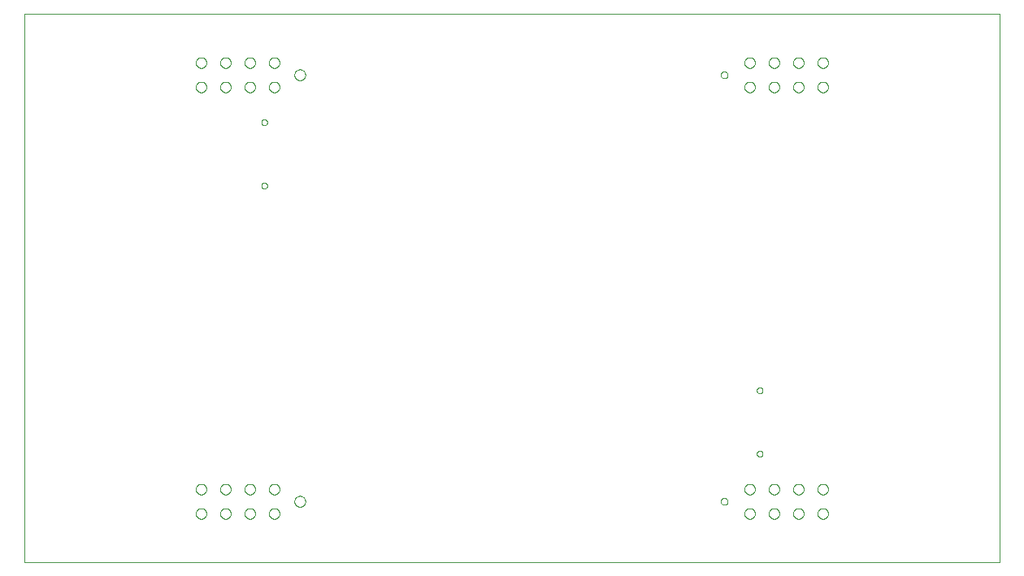
<source format=gko>
G75*
%MOIN*%
%OFA0B0*%
%FSLAX25Y25*%
%IPPOS*%
%LPD*%
%AMOC8*
5,1,8,0,0,1.08239X$1,22.5*
%
%ADD10C,0.00000*%
D10*
X0059229Y0065733D02*
X0059229Y0290733D01*
X0459229Y0290733D01*
X0459229Y0065733D01*
X0059229Y0065733D01*
X0129564Y0085733D02*
X0129566Y0085826D01*
X0129572Y0085918D01*
X0129582Y0086010D01*
X0129596Y0086101D01*
X0129613Y0086192D01*
X0129635Y0086282D01*
X0129660Y0086371D01*
X0129689Y0086459D01*
X0129722Y0086545D01*
X0129759Y0086630D01*
X0129799Y0086714D01*
X0129843Y0086795D01*
X0129890Y0086875D01*
X0129940Y0086953D01*
X0129994Y0087028D01*
X0130051Y0087101D01*
X0130111Y0087171D01*
X0130174Y0087239D01*
X0130240Y0087304D01*
X0130308Y0087366D01*
X0130379Y0087426D01*
X0130453Y0087482D01*
X0130529Y0087535D01*
X0130607Y0087584D01*
X0130687Y0087631D01*
X0130769Y0087673D01*
X0130853Y0087713D01*
X0130938Y0087748D01*
X0131025Y0087780D01*
X0131113Y0087809D01*
X0131202Y0087833D01*
X0131292Y0087854D01*
X0131383Y0087870D01*
X0131475Y0087883D01*
X0131567Y0087892D01*
X0131660Y0087897D01*
X0131752Y0087898D01*
X0131845Y0087895D01*
X0131937Y0087888D01*
X0132029Y0087877D01*
X0132120Y0087862D01*
X0132211Y0087844D01*
X0132301Y0087821D01*
X0132389Y0087795D01*
X0132477Y0087765D01*
X0132563Y0087731D01*
X0132647Y0087694D01*
X0132730Y0087652D01*
X0132811Y0087608D01*
X0132891Y0087560D01*
X0132968Y0087509D01*
X0133042Y0087454D01*
X0133115Y0087396D01*
X0133185Y0087336D01*
X0133252Y0087272D01*
X0133316Y0087206D01*
X0133378Y0087136D01*
X0133436Y0087065D01*
X0133491Y0086991D01*
X0133543Y0086914D01*
X0133592Y0086835D01*
X0133638Y0086755D01*
X0133680Y0086672D01*
X0133718Y0086588D01*
X0133753Y0086502D01*
X0133784Y0086415D01*
X0133811Y0086327D01*
X0133834Y0086237D01*
X0133854Y0086147D01*
X0133870Y0086056D01*
X0133882Y0085964D01*
X0133890Y0085872D01*
X0133894Y0085779D01*
X0133894Y0085687D01*
X0133890Y0085594D01*
X0133882Y0085502D01*
X0133870Y0085410D01*
X0133854Y0085319D01*
X0133834Y0085229D01*
X0133811Y0085139D01*
X0133784Y0085051D01*
X0133753Y0084964D01*
X0133718Y0084878D01*
X0133680Y0084794D01*
X0133638Y0084711D01*
X0133592Y0084631D01*
X0133543Y0084552D01*
X0133491Y0084475D01*
X0133436Y0084401D01*
X0133378Y0084330D01*
X0133316Y0084260D01*
X0133252Y0084194D01*
X0133185Y0084130D01*
X0133115Y0084070D01*
X0133042Y0084012D01*
X0132968Y0083957D01*
X0132891Y0083906D01*
X0132812Y0083858D01*
X0132730Y0083814D01*
X0132647Y0083772D01*
X0132563Y0083735D01*
X0132477Y0083701D01*
X0132389Y0083671D01*
X0132301Y0083645D01*
X0132211Y0083622D01*
X0132120Y0083604D01*
X0132029Y0083589D01*
X0131937Y0083578D01*
X0131845Y0083571D01*
X0131752Y0083568D01*
X0131660Y0083569D01*
X0131567Y0083574D01*
X0131475Y0083583D01*
X0131383Y0083596D01*
X0131292Y0083612D01*
X0131202Y0083633D01*
X0131113Y0083657D01*
X0131025Y0083686D01*
X0130938Y0083718D01*
X0130853Y0083753D01*
X0130769Y0083793D01*
X0130687Y0083835D01*
X0130607Y0083882D01*
X0130529Y0083931D01*
X0130453Y0083984D01*
X0130379Y0084040D01*
X0130308Y0084100D01*
X0130240Y0084162D01*
X0130174Y0084227D01*
X0130111Y0084295D01*
X0130051Y0084365D01*
X0129994Y0084438D01*
X0129940Y0084513D01*
X0129890Y0084591D01*
X0129843Y0084671D01*
X0129799Y0084752D01*
X0129759Y0084836D01*
X0129722Y0084921D01*
X0129689Y0085007D01*
X0129660Y0085095D01*
X0129635Y0085184D01*
X0129613Y0085274D01*
X0129596Y0085365D01*
X0129582Y0085456D01*
X0129572Y0085548D01*
X0129566Y0085640D01*
X0129564Y0085733D01*
X0129564Y0095733D02*
X0129566Y0095826D01*
X0129572Y0095918D01*
X0129582Y0096010D01*
X0129596Y0096101D01*
X0129613Y0096192D01*
X0129635Y0096282D01*
X0129660Y0096371D01*
X0129689Y0096459D01*
X0129722Y0096545D01*
X0129759Y0096630D01*
X0129799Y0096714D01*
X0129843Y0096795D01*
X0129890Y0096875D01*
X0129940Y0096953D01*
X0129994Y0097028D01*
X0130051Y0097101D01*
X0130111Y0097171D01*
X0130174Y0097239D01*
X0130240Y0097304D01*
X0130308Y0097366D01*
X0130379Y0097426D01*
X0130453Y0097482D01*
X0130529Y0097535D01*
X0130607Y0097584D01*
X0130687Y0097631D01*
X0130769Y0097673D01*
X0130853Y0097713D01*
X0130938Y0097748D01*
X0131025Y0097780D01*
X0131113Y0097809D01*
X0131202Y0097833D01*
X0131292Y0097854D01*
X0131383Y0097870D01*
X0131475Y0097883D01*
X0131567Y0097892D01*
X0131660Y0097897D01*
X0131752Y0097898D01*
X0131845Y0097895D01*
X0131937Y0097888D01*
X0132029Y0097877D01*
X0132120Y0097862D01*
X0132211Y0097844D01*
X0132301Y0097821D01*
X0132389Y0097795D01*
X0132477Y0097765D01*
X0132563Y0097731D01*
X0132647Y0097694D01*
X0132730Y0097652D01*
X0132811Y0097608D01*
X0132891Y0097560D01*
X0132968Y0097509D01*
X0133042Y0097454D01*
X0133115Y0097396D01*
X0133185Y0097336D01*
X0133252Y0097272D01*
X0133316Y0097206D01*
X0133378Y0097136D01*
X0133436Y0097065D01*
X0133491Y0096991D01*
X0133543Y0096914D01*
X0133592Y0096835D01*
X0133638Y0096755D01*
X0133680Y0096672D01*
X0133718Y0096588D01*
X0133753Y0096502D01*
X0133784Y0096415D01*
X0133811Y0096327D01*
X0133834Y0096237D01*
X0133854Y0096147D01*
X0133870Y0096056D01*
X0133882Y0095964D01*
X0133890Y0095872D01*
X0133894Y0095779D01*
X0133894Y0095687D01*
X0133890Y0095594D01*
X0133882Y0095502D01*
X0133870Y0095410D01*
X0133854Y0095319D01*
X0133834Y0095229D01*
X0133811Y0095139D01*
X0133784Y0095051D01*
X0133753Y0094964D01*
X0133718Y0094878D01*
X0133680Y0094794D01*
X0133638Y0094711D01*
X0133592Y0094631D01*
X0133543Y0094552D01*
X0133491Y0094475D01*
X0133436Y0094401D01*
X0133378Y0094330D01*
X0133316Y0094260D01*
X0133252Y0094194D01*
X0133185Y0094130D01*
X0133115Y0094070D01*
X0133042Y0094012D01*
X0132968Y0093957D01*
X0132891Y0093906D01*
X0132812Y0093858D01*
X0132730Y0093814D01*
X0132647Y0093772D01*
X0132563Y0093735D01*
X0132477Y0093701D01*
X0132389Y0093671D01*
X0132301Y0093645D01*
X0132211Y0093622D01*
X0132120Y0093604D01*
X0132029Y0093589D01*
X0131937Y0093578D01*
X0131845Y0093571D01*
X0131752Y0093568D01*
X0131660Y0093569D01*
X0131567Y0093574D01*
X0131475Y0093583D01*
X0131383Y0093596D01*
X0131292Y0093612D01*
X0131202Y0093633D01*
X0131113Y0093657D01*
X0131025Y0093686D01*
X0130938Y0093718D01*
X0130853Y0093753D01*
X0130769Y0093793D01*
X0130687Y0093835D01*
X0130607Y0093882D01*
X0130529Y0093931D01*
X0130453Y0093984D01*
X0130379Y0094040D01*
X0130308Y0094100D01*
X0130240Y0094162D01*
X0130174Y0094227D01*
X0130111Y0094295D01*
X0130051Y0094365D01*
X0129994Y0094438D01*
X0129940Y0094513D01*
X0129890Y0094591D01*
X0129843Y0094671D01*
X0129799Y0094752D01*
X0129759Y0094836D01*
X0129722Y0094921D01*
X0129689Y0095007D01*
X0129660Y0095095D01*
X0129635Y0095184D01*
X0129613Y0095274D01*
X0129596Y0095365D01*
X0129582Y0095456D01*
X0129572Y0095548D01*
X0129566Y0095640D01*
X0129564Y0095733D01*
X0139564Y0095733D02*
X0139566Y0095826D01*
X0139572Y0095918D01*
X0139582Y0096010D01*
X0139596Y0096101D01*
X0139613Y0096192D01*
X0139635Y0096282D01*
X0139660Y0096371D01*
X0139689Y0096459D01*
X0139722Y0096545D01*
X0139759Y0096630D01*
X0139799Y0096714D01*
X0139843Y0096795D01*
X0139890Y0096875D01*
X0139940Y0096953D01*
X0139994Y0097028D01*
X0140051Y0097101D01*
X0140111Y0097171D01*
X0140174Y0097239D01*
X0140240Y0097304D01*
X0140308Y0097366D01*
X0140379Y0097426D01*
X0140453Y0097482D01*
X0140529Y0097535D01*
X0140607Y0097584D01*
X0140687Y0097631D01*
X0140769Y0097673D01*
X0140853Y0097713D01*
X0140938Y0097748D01*
X0141025Y0097780D01*
X0141113Y0097809D01*
X0141202Y0097833D01*
X0141292Y0097854D01*
X0141383Y0097870D01*
X0141475Y0097883D01*
X0141567Y0097892D01*
X0141660Y0097897D01*
X0141752Y0097898D01*
X0141845Y0097895D01*
X0141937Y0097888D01*
X0142029Y0097877D01*
X0142120Y0097862D01*
X0142211Y0097844D01*
X0142301Y0097821D01*
X0142389Y0097795D01*
X0142477Y0097765D01*
X0142563Y0097731D01*
X0142647Y0097694D01*
X0142730Y0097652D01*
X0142811Y0097608D01*
X0142891Y0097560D01*
X0142968Y0097509D01*
X0143042Y0097454D01*
X0143115Y0097396D01*
X0143185Y0097336D01*
X0143252Y0097272D01*
X0143316Y0097206D01*
X0143378Y0097136D01*
X0143436Y0097065D01*
X0143491Y0096991D01*
X0143543Y0096914D01*
X0143592Y0096835D01*
X0143638Y0096755D01*
X0143680Y0096672D01*
X0143718Y0096588D01*
X0143753Y0096502D01*
X0143784Y0096415D01*
X0143811Y0096327D01*
X0143834Y0096237D01*
X0143854Y0096147D01*
X0143870Y0096056D01*
X0143882Y0095964D01*
X0143890Y0095872D01*
X0143894Y0095779D01*
X0143894Y0095687D01*
X0143890Y0095594D01*
X0143882Y0095502D01*
X0143870Y0095410D01*
X0143854Y0095319D01*
X0143834Y0095229D01*
X0143811Y0095139D01*
X0143784Y0095051D01*
X0143753Y0094964D01*
X0143718Y0094878D01*
X0143680Y0094794D01*
X0143638Y0094711D01*
X0143592Y0094631D01*
X0143543Y0094552D01*
X0143491Y0094475D01*
X0143436Y0094401D01*
X0143378Y0094330D01*
X0143316Y0094260D01*
X0143252Y0094194D01*
X0143185Y0094130D01*
X0143115Y0094070D01*
X0143042Y0094012D01*
X0142968Y0093957D01*
X0142891Y0093906D01*
X0142812Y0093858D01*
X0142730Y0093814D01*
X0142647Y0093772D01*
X0142563Y0093735D01*
X0142477Y0093701D01*
X0142389Y0093671D01*
X0142301Y0093645D01*
X0142211Y0093622D01*
X0142120Y0093604D01*
X0142029Y0093589D01*
X0141937Y0093578D01*
X0141845Y0093571D01*
X0141752Y0093568D01*
X0141660Y0093569D01*
X0141567Y0093574D01*
X0141475Y0093583D01*
X0141383Y0093596D01*
X0141292Y0093612D01*
X0141202Y0093633D01*
X0141113Y0093657D01*
X0141025Y0093686D01*
X0140938Y0093718D01*
X0140853Y0093753D01*
X0140769Y0093793D01*
X0140687Y0093835D01*
X0140607Y0093882D01*
X0140529Y0093931D01*
X0140453Y0093984D01*
X0140379Y0094040D01*
X0140308Y0094100D01*
X0140240Y0094162D01*
X0140174Y0094227D01*
X0140111Y0094295D01*
X0140051Y0094365D01*
X0139994Y0094438D01*
X0139940Y0094513D01*
X0139890Y0094591D01*
X0139843Y0094671D01*
X0139799Y0094752D01*
X0139759Y0094836D01*
X0139722Y0094921D01*
X0139689Y0095007D01*
X0139660Y0095095D01*
X0139635Y0095184D01*
X0139613Y0095274D01*
X0139596Y0095365D01*
X0139582Y0095456D01*
X0139572Y0095548D01*
X0139566Y0095640D01*
X0139564Y0095733D01*
X0139564Y0085733D02*
X0139566Y0085826D01*
X0139572Y0085918D01*
X0139582Y0086010D01*
X0139596Y0086101D01*
X0139613Y0086192D01*
X0139635Y0086282D01*
X0139660Y0086371D01*
X0139689Y0086459D01*
X0139722Y0086545D01*
X0139759Y0086630D01*
X0139799Y0086714D01*
X0139843Y0086795D01*
X0139890Y0086875D01*
X0139940Y0086953D01*
X0139994Y0087028D01*
X0140051Y0087101D01*
X0140111Y0087171D01*
X0140174Y0087239D01*
X0140240Y0087304D01*
X0140308Y0087366D01*
X0140379Y0087426D01*
X0140453Y0087482D01*
X0140529Y0087535D01*
X0140607Y0087584D01*
X0140687Y0087631D01*
X0140769Y0087673D01*
X0140853Y0087713D01*
X0140938Y0087748D01*
X0141025Y0087780D01*
X0141113Y0087809D01*
X0141202Y0087833D01*
X0141292Y0087854D01*
X0141383Y0087870D01*
X0141475Y0087883D01*
X0141567Y0087892D01*
X0141660Y0087897D01*
X0141752Y0087898D01*
X0141845Y0087895D01*
X0141937Y0087888D01*
X0142029Y0087877D01*
X0142120Y0087862D01*
X0142211Y0087844D01*
X0142301Y0087821D01*
X0142389Y0087795D01*
X0142477Y0087765D01*
X0142563Y0087731D01*
X0142647Y0087694D01*
X0142730Y0087652D01*
X0142811Y0087608D01*
X0142891Y0087560D01*
X0142968Y0087509D01*
X0143042Y0087454D01*
X0143115Y0087396D01*
X0143185Y0087336D01*
X0143252Y0087272D01*
X0143316Y0087206D01*
X0143378Y0087136D01*
X0143436Y0087065D01*
X0143491Y0086991D01*
X0143543Y0086914D01*
X0143592Y0086835D01*
X0143638Y0086755D01*
X0143680Y0086672D01*
X0143718Y0086588D01*
X0143753Y0086502D01*
X0143784Y0086415D01*
X0143811Y0086327D01*
X0143834Y0086237D01*
X0143854Y0086147D01*
X0143870Y0086056D01*
X0143882Y0085964D01*
X0143890Y0085872D01*
X0143894Y0085779D01*
X0143894Y0085687D01*
X0143890Y0085594D01*
X0143882Y0085502D01*
X0143870Y0085410D01*
X0143854Y0085319D01*
X0143834Y0085229D01*
X0143811Y0085139D01*
X0143784Y0085051D01*
X0143753Y0084964D01*
X0143718Y0084878D01*
X0143680Y0084794D01*
X0143638Y0084711D01*
X0143592Y0084631D01*
X0143543Y0084552D01*
X0143491Y0084475D01*
X0143436Y0084401D01*
X0143378Y0084330D01*
X0143316Y0084260D01*
X0143252Y0084194D01*
X0143185Y0084130D01*
X0143115Y0084070D01*
X0143042Y0084012D01*
X0142968Y0083957D01*
X0142891Y0083906D01*
X0142812Y0083858D01*
X0142730Y0083814D01*
X0142647Y0083772D01*
X0142563Y0083735D01*
X0142477Y0083701D01*
X0142389Y0083671D01*
X0142301Y0083645D01*
X0142211Y0083622D01*
X0142120Y0083604D01*
X0142029Y0083589D01*
X0141937Y0083578D01*
X0141845Y0083571D01*
X0141752Y0083568D01*
X0141660Y0083569D01*
X0141567Y0083574D01*
X0141475Y0083583D01*
X0141383Y0083596D01*
X0141292Y0083612D01*
X0141202Y0083633D01*
X0141113Y0083657D01*
X0141025Y0083686D01*
X0140938Y0083718D01*
X0140853Y0083753D01*
X0140769Y0083793D01*
X0140687Y0083835D01*
X0140607Y0083882D01*
X0140529Y0083931D01*
X0140453Y0083984D01*
X0140379Y0084040D01*
X0140308Y0084100D01*
X0140240Y0084162D01*
X0140174Y0084227D01*
X0140111Y0084295D01*
X0140051Y0084365D01*
X0139994Y0084438D01*
X0139940Y0084513D01*
X0139890Y0084591D01*
X0139843Y0084671D01*
X0139799Y0084752D01*
X0139759Y0084836D01*
X0139722Y0084921D01*
X0139689Y0085007D01*
X0139660Y0085095D01*
X0139635Y0085184D01*
X0139613Y0085274D01*
X0139596Y0085365D01*
X0139582Y0085456D01*
X0139572Y0085548D01*
X0139566Y0085640D01*
X0139564Y0085733D01*
X0149564Y0085733D02*
X0149566Y0085826D01*
X0149572Y0085918D01*
X0149582Y0086010D01*
X0149596Y0086101D01*
X0149613Y0086192D01*
X0149635Y0086282D01*
X0149660Y0086371D01*
X0149689Y0086459D01*
X0149722Y0086545D01*
X0149759Y0086630D01*
X0149799Y0086714D01*
X0149843Y0086795D01*
X0149890Y0086875D01*
X0149940Y0086953D01*
X0149994Y0087028D01*
X0150051Y0087101D01*
X0150111Y0087171D01*
X0150174Y0087239D01*
X0150240Y0087304D01*
X0150308Y0087366D01*
X0150379Y0087426D01*
X0150453Y0087482D01*
X0150529Y0087535D01*
X0150607Y0087584D01*
X0150687Y0087631D01*
X0150769Y0087673D01*
X0150853Y0087713D01*
X0150938Y0087748D01*
X0151025Y0087780D01*
X0151113Y0087809D01*
X0151202Y0087833D01*
X0151292Y0087854D01*
X0151383Y0087870D01*
X0151475Y0087883D01*
X0151567Y0087892D01*
X0151660Y0087897D01*
X0151752Y0087898D01*
X0151845Y0087895D01*
X0151937Y0087888D01*
X0152029Y0087877D01*
X0152120Y0087862D01*
X0152211Y0087844D01*
X0152301Y0087821D01*
X0152389Y0087795D01*
X0152477Y0087765D01*
X0152563Y0087731D01*
X0152647Y0087694D01*
X0152730Y0087652D01*
X0152811Y0087608D01*
X0152891Y0087560D01*
X0152968Y0087509D01*
X0153042Y0087454D01*
X0153115Y0087396D01*
X0153185Y0087336D01*
X0153252Y0087272D01*
X0153316Y0087206D01*
X0153378Y0087136D01*
X0153436Y0087065D01*
X0153491Y0086991D01*
X0153543Y0086914D01*
X0153592Y0086835D01*
X0153638Y0086755D01*
X0153680Y0086672D01*
X0153718Y0086588D01*
X0153753Y0086502D01*
X0153784Y0086415D01*
X0153811Y0086327D01*
X0153834Y0086237D01*
X0153854Y0086147D01*
X0153870Y0086056D01*
X0153882Y0085964D01*
X0153890Y0085872D01*
X0153894Y0085779D01*
X0153894Y0085687D01*
X0153890Y0085594D01*
X0153882Y0085502D01*
X0153870Y0085410D01*
X0153854Y0085319D01*
X0153834Y0085229D01*
X0153811Y0085139D01*
X0153784Y0085051D01*
X0153753Y0084964D01*
X0153718Y0084878D01*
X0153680Y0084794D01*
X0153638Y0084711D01*
X0153592Y0084631D01*
X0153543Y0084552D01*
X0153491Y0084475D01*
X0153436Y0084401D01*
X0153378Y0084330D01*
X0153316Y0084260D01*
X0153252Y0084194D01*
X0153185Y0084130D01*
X0153115Y0084070D01*
X0153042Y0084012D01*
X0152968Y0083957D01*
X0152891Y0083906D01*
X0152812Y0083858D01*
X0152730Y0083814D01*
X0152647Y0083772D01*
X0152563Y0083735D01*
X0152477Y0083701D01*
X0152389Y0083671D01*
X0152301Y0083645D01*
X0152211Y0083622D01*
X0152120Y0083604D01*
X0152029Y0083589D01*
X0151937Y0083578D01*
X0151845Y0083571D01*
X0151752Y0083568D01*
X0151660Y0083569D01*
X0151567Y0083574D01*
X0151475Y0083583D01*
X0151383Y0083596D01*
X0151292Y0083612D01*
X0151202Y0083633D01*
X0151113Y0083657D01*
X0151025Y0083686D01*
X0150938Y0083718D01*
X0150853Y0083753D01*
X0150769Y0083793D01*
X0150687Y0083835D01*
X0150607Y0083882D01*
X0150529Y0083931D01*
X0150453Y0083984D01*
X0150379Y0084040D01*
X0150308Y0084100D01*
X0150240Y0084162D01*
X0150174Y0084227D01*
X0150111Y0084295D01*
X0150051Y0084365D01*
X0149994Y0084438D01*
X0149940Y0084513D01*
X0149890Y0084591D01*
X0149843Y0084671D01*
X0149799Y0084752D01*
X0149759Y0084836D01*
X0149722Y0084921D01*
X0149689Y0085007D01*
X0149660Y0085095D01*
X0149635Y0085184D01*
X0149613Y0085274D01*
X0149596Y0085365D01*
X0149582Y0085456D01*
X0149572Y0085548D01*
X0149566Y0085640D01*
X0149564Y0085733D01*
X0149564Y0095733D02*
X0149566Y0095826D01*
X0149572Y0095918D01*
X0149582Y0096010D01*
X0149596Y0096101D01*
X0149613Y0096192D01*
X0149635Y0096282D01*
X0149660Y0096371D01*
X0149689Y0096459D01*
X0149722Y0096545D01*
X0149759Y0096630D01*
X0149799Y0096714D01*
X0149843Y0096795D01*
X0149890Y0096875D01*
X0149940Y0096953D01*
X0149994Y0097028D01*
X0150051Y0097101D01*
X0150111Y0097171D01*
X0150174Y0097239D01*
X0150240Y0097304D01*
X0150308Y0097366D01*
X0150379Y0097426D01*
X0150453Y0097482D01*
X0150529Y0097535D01*
X0150607Y0097584D01*
X0150687Y0097631D01*
X0150769Y0097673D01*
X0150853Y0097713D01*
X0150938Y0097748D01*
X0151025Y0097780D01*
X0151113Y0097809D01*
X0151202Y0097833D01*
X0151292Y0097854D01*
X0151383Y0097870D01*
X0151475Y0097883D01*
X0151567Y0097892D01*
X0151660Y0097897D01*
X0151752Y0097898D01*
X0151845Y0097895D01*
X0151937Y0097888D01*
X0152029Y0097877D01*
X0152120Y0097862D01*
X0152211Y0097844D01*
X0152301Y0097821D01*
X0152389Y0097795D01*
X0152477Y0097765D01*
X0152563Y0097731D01*
X0152647Y0097694D01*
X0152730Y0097652D01*
X0152811Y0097608D01*
X0152891Y0097560D01*
X0152968Y0097509D01*
X0153042Y0097454D01*
X0153115Y0097396D01*
X0153185Y0097336D01*
X0153252Y0097272D01*
X0153316Y0097206D01*
X0153378Y0097136D01*
X0153436Y0097065D01*
X0153491Y0096991D01*
X0153543Y0096914D01*
X0153592Y0096835D01*
X0153638Y0096755D01*
X0153680Y0096672D01*
X0153718Y0096588D01*
X0153753Y0096502D01*
X0153784Y0096415D01*
X0153811Y0096327D01*
X0153834Y0096237D01*
X0153854Y0096147D01*
X0153870Y0096056D01*
X0153882Y0095964D01*
X0153890Y0095872D01*
X0153894Y0095779D01*
X0153894Y0095687D01*
X0153890Y0095594D01*
X0153882Y0095502D01*
X0153870Y0095410D01*
X0153854Y0095319D01*
X0153834Y0095229D01*
X0153811Y0095139D01*
X0153784Y0095051D01*
X0153753Y0094964D01*
X0153718Y0094878D01*
X0153680Y0094794D01*
X0153638Y0094711D01*
X0153592Y0094631D01*
X0153543Y0094552D01*
X0153491Y0094475D01*
X0153436Y0094401D01*
X0153378Y0094330D01*
X0153316Y0094260D01*
X0153252Y0094194D01*
X0153185Y0094130D01*
X0153115Y0094070D01*
X0153042Y0094012D01*
X0152968Y0093957D01*
X0152891Y0093906D01*
X0152812Y0093858D01*
X0152730Y0093814D01*
X0152647Y0093772D01*
X0152563Y0093735D01*
X0152477Y0093701D01*
X0152389Y0093671D01*
X0152301Y0093645D01*
X0152211Y0093622D01*
X0152120Y0093604D01*
X0152029Y0093589D01*
X0151937Y0093578D01*
X0151845Y0093571D01*
X0151752Y0093568D01*
X0151660Y0093569D01*
X0151567Y0093574D01*
X0151475Y0093583D01*
X0151383Y0093596D01*
X0151292Y0093612D01*
X0151202Y0093633D01*
X0151113Y0093657D01*
X0151025Y0093686D01*
X0150938Y0093718D01*
X0150853Y0093753D01*
X0150769Y0093793D01*
X0150687Y0093835D01*
X0150607Y0093882D01*
X0150529Y0093931D01*
X0150453Y0093984D01*
X0150379Y0094040D01*
X0150308Y0094100D01*
X0150240Y0094162D01*
X0150174Y0094227D01*
X0150111Y0094295D01*
X0150051Y0094365D01*
X0149994Y0094438D01*
X0149940Y0094513D01*
X0149890Y0094591D01*
X0149843Y0094671D01*
X0149799Y0094752D01*
X0149759Y0094836D01*
X0149722Y0094921D01*
X0149689Y0095007D01*
X0149660Y0095095D01*
X0149635Y0095184D01*
X0149613Y0095274D01*
X0149596Y0095365D01*
X0149582Y0095456D01*
X0149572Y0095548D01*
X0149566Y0095640D01*
X0149564Y0095733D01*
X0159564Y0095733D02*
X0159566Y0095826D01*
X0159572Y0095918D01*
X0159582Y0096010D01*
X0159596Y0096101D01*
X0159613Y0096192D01*
X0159635Y0096282D01*
X0159660Y0096371D01*
X0159689Y0096459D01*
X0159722Y0096545D01*
X0159759Y0096630D01*
X0159799Y0096714D01*
X0159843Y0096795D01*
X0159890Y0096875D01*
X0159940Y0096953D01*
X0159994Y0097028D01*
X0160051Y0097101D01*
X0160111Y0097171D01*
X0160174Y0097239D01*
X0160240Y0097304D01*
X0160308Y0097366D01*
X0160379Y0097426D01*
X0160453Y0097482D01*
X0160529Y0097535D01*
X0160607Y0097584D01*
X0160687Y0097631D01*
X0160769Y0097673D01*
X0160853Y0097713D01*
X0160938Y0097748D01*
X0161025Y0097780D01*
X0161113Y0097809D01*
X0161202Y0097833D01*
X0161292Y0097854D01*
X0161383Y0097870D01*
X0161475Y0097883D01*
X0161567Y0097892D01*
X0161660Y0097897D01*
X0161752Y0097898D01*
X0161845Y0097895D01*
X0161937Y0097888D01*
X0162029Y0097877D01*
X0162120Y0097862D01*
X0162211Y0097844D01*
X0162301Y0097821D01*
X0162389Y0097795D01*
X0162477Y0097765D01*
X0162563Y0097731D01*
X0162647Y0097694D01*
X0162730Y0097652D01*
X0162811Y0097608D01*
X0162891Y0097560D01*
X0162968Y0097509D01*
X0163042Y0097454D01*
X0163115Y0097396D01*
X0163185Y0097336D01*
X0163252Y0097272D01*
X0163316Y0097206D01*
X0163378Y0097136D01*
X0163436Y0097065D01*
X0163491Y0096991D01*
X0163543Y0096914D01*
X0163592Y0096835D01*
X0163638Y0096755D01*
X0163680Y0096672D01*
X0163718Y0096588D01*
X0163753Y0096502D01*
X0163784Y0096415D01*
X0163811Y0096327D01*
X0163834Y0096237D01*
X0163854Y0096147D01*
X0163870Y0096056D01*
X0163882Y0095964D01*
X0163890Y0095872D01*
X0163894Y0095779D01*
X0163894Y0095687D01*
X0163890Y0095594D01*
X0163882Y0095502D01*
X0163870Y0095410D01*
X0163854Y0095319D01*
X0163834Y0095229D01*
X0163811Y0095139D01*
X0163784Y0095051D01*
X0163753Y0094964D01*
X0163718Y0094878D01*
X0163680Y0094794D01*
X0163638Y0094711D01*
X0163592Y0094631D01*
X0163543Y0094552D01*
X0163491Y0094475D01*
X0163436Y0094401D01*
X0163378Y0094330D01*
X0163316Y0094260D01*
X0163252Y0094194D01*
X0163185Y0094130D01*
X0163115Y0094070D01*
X0163042Y0094012D01*
X0162968Y0093957D01*
X0162891Y0093906D01*
X0162812Y0093858D01*
X0162730Y0093814D01*
X0162647Y0093772D01*
X0162563Y0093735D01*
X0162477Y0093701D01*
X0162389Y0093671D01*
X0162301Y0093645D01*
X0162211Y0093622D01*
X0162120Y0093604D01*
X0162029Y0093589D01*
X0161937Y0093578D01*
X0161845Y0093571D01*
X0161752Y0093568D01*
X0161660Y0093569D01*
X0161567Y0093574D01*
X0161475Y0093583D01*
X0161383Y0093596D01*
X0161292Y0093612D01*
X0161202Y0093633D01*
X0161113Y0093657D01*
X0161025Y0093686D01*
X0160938Y0093718D01*
X0160853Y0093753D01*
X0160769Y0093793D01*
X0160687Y0093835D01*
X0160607Y0093882D01*
X0160529Y0093931D01*
X0160453Y0093984D01*
X0160379Y0094040D01*
X0160308Y0094100D01*
X0160240Y0094162D01*
X0160174Y0094227D01*
X0160111Y0094295D01*
X0160051Y0094365D01*
X0159994Y0094438D01*
X0159940Y0094513D01*
X0159890Y0094591D01*
X0159843Y0094671D01*
X0159799Y0094752D01*
X0159759Y0094836D01*
X0159722Y0094921D01*
X0159689Y0095007D01*
X0159660Y0095095D01*
X0159635Y0095184D01*
X0159613Y0095274D01*
X0159596Y0095365D01*
X0159582Y0095456D01*
X0159572Y0095548D01*
X0159566Y0095640D01*
X0159564Y0095733D01*
X0159564Y0085733D02*
X0159566Y0085826D01*
X0159572Y0085918D01*
X0159582Y0086010D01*
X0159596Y0086101D01*
X0159613Y0086192D01*
X0159635Y0086282D01*
X0159660Y0086371D01*
X0159689Y0086459D01*
X0159722Y0086545D01*
X0159759Y0086630D01*
X0159799Y0086714D01*
X0159843Y0086795D01*
X0159890Y0086875D01*
X0159940Y0086953D01*
X0159994Y0087028D01*
X0160051Y0087101D01*
X0160111Y0087171D01*
X0160174Y0087239D01*
X0160240Y0087304D01*
X0160308Y0087366D01*
X0160379Y0087426D01*
X0160453Y0087482D01*
X0160529Y0087535D01*
X0160607Y0087584D01*
X0160687Y0087631D01*
X0160769Y0087673D01*
X0160853Y0087713D01*
X0160938Y0087748D01*
X0161025Y0087780D01*
X0161113Y0087809D01*
X0161202Y0087833D01*
X0161292Y0087854D01*
X0161383Y0087870D01*
X0161475Y0087883D01*
X0161567Y0087892D01*
X0161660Y0087897D01*
X0161752Y0087898D01*
X0161845Y0087895D01*
X0161937Y0087888D01*
X0162029Y0087877D01*
X0162120Y0087862D01*
X0162211Y0087844D01*
X0162301Y0087821D01*
X0162389Y0087795D01*
X0162477Y0087765D01*
X0162563Y0087731D01*
X0162647Y0087694D01*
X0162730Y0087652D01*
X0162811Y0087608D01*
X0162891Y0087560D01*
X0162968Y0087509D01*
X0163042Y0087454D01*
X0163115Y0087396D01*
X0163185Y0087336D01*
X0163252Y0087272D01*
X0163316Y0087206D01*
X0163378Y0087136D01*
X0163436Y0087065D01*
X0163491Y0086991D01*
X0163543Y0086914D01*
X0163592Y0086835D01*
X0163638Y0086755D01*
X0163680Y0086672D01*
X0163718Y0086588D01*
X0163753Y0086502D01*
X0163784Y0086415D01*
X0163811Y0086327D01*
X0163834Y0086237D01*
X0163854Y0086147D01*
X0163870Y0086056D01*
X0163882Y0085964D01*
X0163890Y0085872D01*
X0163894Y0085779D01*
X0163894Y0085687D01*
X0163890Y0085594D01*
X0163882Y0085502D01*
X0163870Y0085410D01*
X0163854Y0085319D01*
X0163834Y0085229D01*
X0163811Y0085139D01*
X0163784Y0085051D01*
X0163753Y0084964D01*
X0163718Y0084878D01*
X0163680Y0084794D01*
X0163638Y0084711D01*
X0163592Y0084631D01*
X0163543Y0084552D01*
X0163491Y0084475D01*
X0163436Y0084401D01*
X0163378Y0084330D01*
X0163316Y0084260D01*
X0163252Y0084194D01*
X0163185Y0084130D01*
X0163115Y0084070D01*
X0163042Y0084012D01*
X0162968Y0083957D01*
X0162891Y0083906D01*
X0162812Y0083858D01*
X0162730Y0083814D01*
X0162647Y0083772D01*
X0162563Y0083735D01*
X0162477Y0083701D01*
X0162389Y0083671D01*
X0162301Y0083645D01*
X0162211Y0083622D01*
X0162120Y0083604D01*
X0162029Y0083589D01*
X0161937Y0083578D01*
X0161845Y0083571D01*
X0161752Y0083568D01*
X0161660Y0083569D01*
X0161567Y0083574D01*
X0161475Y0083583D01*
X0161383Y0083596D01*
X0161292Y0083612D01*
X0161202Y0083633D01*
X0161113Y0083657D01*
X0161025Y0083686D01*
X0160938Y0083718D01*
X0160853Y0083753D01*
X0160769Y0083793D01*
X0160687Y0083835D01*
X0160607Y0083882D01*
X0160529Y0083931D01*
X0160453Y0083984D01*
X0160379Y0084040D01*
X0160308Y0084100D01*
X0160240Y0084162D01*
X0160174Y0084227D01*
X0160111Y0084295D01*
X0160051Y0084365D01*
X0159994Y0084438D01*
X0159940Y0084513D01*
X0159890Y0084591D01*
X0159843Y0084671D01*
X0159799Y0084752D01*
X0159759Y0084836D01*
X0159722Y0084921D01*
X0159689Y0085007D01*
X0159660Y0085095D01*
X0159635Y0085184D01*
X0159613Y0085274D01*
X0159596Y0085365D01*
X0159582Y0085456D01*
X0159572Y0085548D01*
X0159566Y0085640D01*
X0159564Y0085733D01*
X0170007Y0090733D02*
X0170009Y0090827D01*
X0170015Y0090921D01*
X0170025Y0091014D01*
X0170039Y0091107D01*
X0170057Y0091200D01*
X0170078Y0091291D01*
X0170104Y0091382D01*
X0170134Y0091471D01*
X0170167Y0091559D01*
X0170204Y0091645D01*
X0170244Y0091730D01*
X0170288Y0091813D01*
X0170336Y0091894D01*
X0170387Y0091973D01*
X0170441Y0092050D01*
X0170499Y0092125D01*
X0170559Y0092196D01*
X0170623Y0092266D01*
X0170689Y0092332D01*
X0170759Y0092396D01*
X0170830Y0092456D01*
X0170905Y0092514D01*
X0170982Y0092568D01*
X0171061Y0092619D01*
X0171142Y0092667D01*
X0171225Y0092711D01*
X0171310Y0092751D01*
X0171396Y0092788D01*
X0171484Y0092821D01*
X0171573Y0092851D01*
X0171664Y0092877D01*
X0171755Y0092898D01*
X0171848Y0092916D01*
X0171941Y0092930D01*
X0172034Y0092940D01*
X0172128Y0092946D01*
X0172222Y0092948D01*
X0172316Y0092946D01*
X0172410Y0092940D01*
X0172503Y0092930D01*
X0172596Y0092916D01*
X0172689Y0092898D01*
X0172780Y0092877D01*
X0172871Y0092851D01*
X0172960Y0092821D01*
X0173048Y0092788D01*
X0173134Y0092751D01*
X0173219Y0092711D01*
X0173302Y0092667D01*
X0173383Y0092619D01*
X0173462Y0092568D01*
X0173539Y0092514D01*
X0173614Y0092456D01*
X0173685Y0092396D01*
X0173755Y0092332D01*
X0173821Y0092266D01*
X0173885Y0092196D01*
X0173945Y0092125D01*
X0174003Y0092050D01*
X0174057Y0091973D01*
X0174108Y0091894D01*
X0174156Y0091813D01*
X0174200Y0091730D01*
X0174240Y0091645D01*
X0174277Y0091559D01*
X0174310Y0091471D01*
X0174340Y0091382D01*
X0174366Y0091291D01*
X0174387Y0091200D01*
X0174405Y0091107D01*
X0174419Y0091014D01*
X0174429Y0090921D01*
X0174435Y0090827D01*
X0174437Y0090733D01*
X0174435Y0090639D01*
X0174429Y0090545D01*
X0174419Y0090452D01*
X0174405Y0090359D01*
X0174387Y0090266D01*
X0174366Y0090175D01*
X0174340Y0090084D01*
X0174310Y0089995D01*
X0174277Y0089907D01*
X0174240Y0089821D01*
X0174200Y0089736D01*
X0174156Y0089653D01*
X0174108Y0089572D01*
X0174057Y0089493D01*
X0174003Y0089416D01*
X0173945Y0089341D01*
X0173885Y0089270D01*
X0173821Y0089200D01*
X0173755Y0089134D01*
X0173685Y0089070D01*
X0173614Y0089010D01*
X0173539Y0088952D01*
X0173462Y0088898D01*
X0173383Y0088847D01*
X0173302Y0088799D01*
X0173219Y0088755D01*
X0173134Y0088715D01*
X0173048Y0088678D01*
X0172960Y0088645D01*
X0172871Y0088615D01*
X0172780Y0088589D01*
X0172689Y0088568D01*
X0172596Y0088550D01*
X0172503Y0088536D01*
X0172410Y0088526D01*
X0172316Y0088520D01*
X0172222Y0088518D01*
X0172128Y0088520D01*
X0172034Y0088526D01*
X0171941Y0088536D01*
X0171848Y0088550D01*
X0171755Y0088568D01*
X0171664Y0088589D01*
X0171573Y0088615D01*
X0171484Y0088645D01*
X0171396Y0088678D01*
X0171310Y0088715D01*
X0171225Y0088755D01*
X0171142Y0088799D01*
X0171061Y0088847D01*
X0170982Y0088898D01*
X0170905Y0088952D01*
X0170830Y0089010D01*
X0170759Y0089070D01*
X0170689Y0089134D01*
X0170623Y0089200D01*
X0170559Y0089270D01*
X0170499Y0089341D01*
X0170441Y0089416D01*
X0170387Y0089493D01*
X0170336Y0089572D01*
X0170288Y0089653D01*
X0170244Y0089736D01*
X0170204Y0089821D01*
X0170167Y0089907D01*
X0170134Y0089995D01*
X0170104Y0090084D01*
X0170078Y0090175D01*
X0170057Y0090266D01*
X0170039Y0090359D01*
X0170025Y0090452D01*
X0170015Y0090545D01*
X0170009Y0090639D01*
X0170007Y0090733D01*
X0170009Y0090827D01*
X0170015Y0090921D01*
X0170025Y0091014D01*
X0170039Y0091107D01*
X0170057Y0091200D01*
X0170078Y0091291D01*
X0170104Y0091382D01*
X0170134Y0091471D01*
X0170167Y0091559D01*
X0170204Y0091645D01*
X0170244Y0091730D01*
X0170288Y0091813D01*
X0170336Y0091894D01*
X0170387Y0091973D01*
X0170441Y0092050D01*
X0170499Y0092125D01*
X0170559Y0092196D01*
X0170623Y0092266D01*
X0170689Y0092332D01*
X0170759Y0092396D01*
X0170830Y0092456D01*
X0170905Y0092514D01*
X0170982Y0092568D01*
X0171061Y0092619D01*
X0171142Y0092667D01*
X0171225Y0092711D01*
X0171310Y0092751D01*
X0171396Y0092788D01*
X0171484Y0092821D01*
X0171573Y0092851D01*
X0171664Y0092877D01*
X0171755Y0092898D01*
X0171848Y0092916D01*
X0171941Y0092930D01*
X0172034Y0092940D01*
X0172128Y0092946D01*
X0172222Y0092948D01*
X0172316Y0092946D01*
X0172410Y0092940D01*
X0172503Y0092930D01*
X0172596Y0092916D01*
X0172689Y0092898D01*
X0172780Y0092877D01*
X0172871Y0092851D01*
X0172960Y0092821D01*
X0173048Y0092788D01*
X0173134Y0092751D01*
X0173219Y0092711D01*
X0173302Y0092667D01*
X0173383Y0092619D01*
X0173462Y0092568D01*
X0173539Y0092514D01*
X0173614Y0092456D01*
X0173685Y0092396D01*
X0173755Y0092332D01*
X0173821Y0092266D01*
X0173885Y0092196D01*
X0173945Y0092125D01*
X0174003Y0092050D01*
X0174057Y0091973D01*
X0174108Y0091894D01*
X0174156Y0091813D01*
X0174200Y0091730D01*
X0174240Y0091645D01*
X0174277Y0091559D01*
X0174310Y0091471D01*
X0174340Y0091382D01*
X0174366Y0091291D01*
X0174387Y0091200D01*
X0174405Y0091107D01*
X0174419Y0091014D01*
X0174429Y0090921D01*
X0174435Y0090827D01*
X0174437Y0090733D01*
X0174435Y0090639D01*
X0174429Y0090545D01*
X0174419Y0090452D01*
X0174405Y0090359D01*
X0174387Y0090266D01*
X0174366Y0090175D01*
X0174340Y0090084D01*
X0174310Y0089995D01*
X0174277Y0089907D01*
X0174240Y0089821D01*
X0174200Y0089736D01*
X0174156Y0089653D01*
X0174108Y0089572D01*
X0174057Y0089493D01*
X0174003Y0089416D01*
X0173945Y0089341D01*
X0173885Y0089270D01*
X0173821Y0089200D01*
X0173755Y0089134D01*
X0173685Y0089070D01*
X0173614Y0089010D01*
X0173539Y0088952D01*
X0173462Y0088898D01*
X0173383Y0088847D01*
X0173302Y0088799D01*
X0173219Y0088755D01*
X0173134Y0088715D01*
X0173048Y0088678D01*
X0172960Y0088645D01*
X0172871Y0088615D01*
X0172780Y0088589D01*
X0172689Y0088568D01*
X0172596Y0088550D01*
X0172503Y0088536D01*
X0172410Y0088526D01*
X0172316Y0088520D01*
X0172222Y0088518D01*
X0172128Y0088520D01*
X0172034Y0088526D01*
X0171941Y0088536D01*
X0171848Y0088550D01*
X0171755Y0088568D01*
X0171664Y0088589D01*
X0171573Y0088615D01*
X0171484Y0088645D01*
X0171396Y0088678D01*
X0171310Y0088715D01*
X0171225Y0088755D01*
X0171142Y0088799D01*
X0171061Y0088847D01*
X0170982Y0088898D01*
X0170905Y0088952D01*
X0170830Y0089010D01*
X0170759Y0089070D01*
X0170689Y0089134D01*
X0170623Y0089200D01*
X0170559Y0089270D01*
X0170499Y0089341D01*
X0170441Y0089416D01*
X0170387Y0089493D01*
X0170336Y0089572D01*
X0170288Y0089653D01*
X0170244Y0089736D01*
X0170204Y0089821D01*
X0170167Y0089907D01*
X0170134Y0089995D01*
X0170104Y0090084D01*
X0170078Y0090175D01*
X0170057Y0090266D01*
X0170039Y0090359D01*
X0170025Y0090452D01*
X0170015Y0090545D01*
X0170009Y0090639D01*
X0170007Y0090733D01*
X0156405Y0220241D02*
X0156407Y0220311D01*
X0156413Y0220380D01*
X0156423Y0220449D01*
X0156436Y0220517D01*
X0156454Y0220584D01*
X0156475Y0220651D01*
X0156500Y0220716D01*
X0156529Y0220779D01*
X0156561Y0220841D01*
X0156597Y0220901D01*
X0156636Y0220958D01*
X0156678Y0221014D01*
X0156723Y0221067D01*
X0156771Y0221117D01*
X0156822Y0221164D01*
X0156876Y0221209D01*
X0156932Y0221250D01*
X0156990Y0221288D01*
X0157050Y0221323D01*
X0157113Y0221355D01*
X0157176Y0221382D01*
X0157242Y0221406D01*
X0157308Y0221427D01*
X0157376Y0221443D01*
X0157444Y0221456D01*
X0157513Y0221465D01*
X0157583Y0221470D01*
X0157652Y0221471D01*
X0157722Y0221468D01*
X0157791Y0221461D01*
X0157860Y0221450D01*
X0157928Y0221436D01*
X0157995Y0221417D01*
X0158061Y0221395D01*
X0158126Y0221369D01*
X0158189Y0221339D01*
X0158250Y0221306D01*
X0158309Y0221270D01*
X0158366Y0221230D01*
X0158421Y0221187D01*
X0158473Y0221141D01*
X0158523Y0221092D01*
X0158570Y0221040D01*
X0158613Y0220986D01*
X0158654Y0220930D01*
X0158691Y0220871D01*
X0158725Y0220810D01*
X0158756Y0220748D01*
X0158783Y0220683D01*
X0158806Y0220618D01*
X0158825Y0220551D01*
X0158841Y0220483D01*
X0158853Y0220414D01*
X0158861Y0220345D01*
X0158865Y0220276D01*
X0158865Y0220206D01*
X0158861Y0220137D01*
X0158853Y0220068D01*
X0158841Y0219999D01*
X0158825Y0219931D01*
X0158806Y0219864D01*
X0158783Y0219799D01*
X0158756Y0219734D01*
X0158725Y0219672D01*
X0158691Y0219611D01*
X0158654Y0219552D01*
X0158613Y0219496D01*
X0158570Y0219442D01*
X0158523Y0219390D01*
X0158473Y0219341D01*
X0158421Y0219295D01*
X0158366Y0219252D01*
X0158309Y0219212D01*
X0158250Y0219176D01*
X0158189Y0219143D01*
X0158126Y0219113D01*
X0158061Y0219087D01*
X0157995Y0219065D01*
X0157928Y0219046D01*
X0157860Y0219032D01*
X0157791Y0219021D01*
X0157722Y0219014D01*
X0157652Y0219011D01*
X0157583Y0219012D01*
X0157513Y0219017D01*
X0157444Y0219026D01*
X0157376Y0219039D01*
X0157308Y0219055D01*
X0157242Y0219076D01*
X0157176Y0219100D01*
X0157113Y0219127D01*
X0157050Y0219159D01*
X0156990Y0219194D01*
X0156932Y0219232D01*
X0156876Y0219273D01*
X0156822Y0219318D01*
X0156771Y0219365D01*
X0156723Y0219415D01*
X0156678Y0219468D01*
X0156636Y0219524D01*
X0156597Y0219581D01*
X0156561Y0219641D01*
X0156529Y0219703D01*
X0156500Y0219766D01*
X0156475Y0219831D01*
X0156454Y0219898D01*
X0156436Y0219965D01*
X0156423Y0220033D01*
X0156413Y0220102D01*
X0156407Y0220171D01*
X0156405Y0220241D01*
X0156405Y0246225D02*
X0156407Y0246295D01*
X0156413Y0246364D01*
X0156423Y0246433D01*
X0156436Y0246501D01*
X0156454Y0246568D01*
X0156475Y0246635D01*
X0156500Y0246700D01*
X0156529Y0246763D01*
X0156561Y0246825D01*
X0156597Y0246885D01*
X0156636Y0246942D01*
X0156678Y0246998D01*
X0156723Y0247051D01*
X0156771Y0247101D01*
X0156822Y0247148D01*
X0156876Y0247193D01*
X0156932Y0247234D01*
X0156990Y0247272D01*
X0157050Y0247307D01*
X0157113Y0247339D01*
X0157176Y0247366D01*
X0157242Y0247390D01*
X0157308Y0247411D01*
X0157376Y0247427D01*
X0157444Y0247440D01*
X0157513Y0247449D01*
X0157583Y0247454D01*
X0157652Y0247455D01*
X0157722Y0247452D01*
X0157791Y0247445D01*
X0157860Y0247434D01*
X0157928Y0247420D01*
X0157995Y0247401D01*
X0158061Y0247379D01*
X0158126Y0247353D01*
X0158189Y0247323D01*
X0158250Y0247290D01*
X0158309Y0247254D01*
X0158366Y0247214D01*
X0158421Y0247171D01*
X0158473Y0247125D01*
X0158523Y0247076D01*
X0158570Y0247024D01*
X0158613Y0246970D01*
X0158654Y0246914D01*
X0158691Y0246855D01*
X0158725Y0246794D01*
X0158756Y0246732D01*
X0158783Y0246667D01*
X0158806Y0246602D01*
X0158825Y0246535D01*
X0158841Y0246467D01*
X0158853Y0246398D01*
X0158861Y0246329D01*
X0158865Y0246260D01*
X0158865Y0246190D01*
X0158861Y0246121D01*
X0158853Y0246052D01*
X0158841Y0245983D01*
X0158825Y0245915D01*
X0158806Y0245848D01*
X0158783Y0245783D01*
X0158756Y0245718D01*
X0158725Y0245656D01*
X0158691Y0245595D01*
X0158654Y0245536D01*
X0158613Y0245480D01*
X0158570Y0245426D01*
X0158523Y0245374D01*
X0158473Y0245325D01*
X0158421Y0245279D01*
X0158366Y0245236D01*
X0158309Y0245196D01*
X0158250Y0245160D01*
X0158189Y0245127D01*
X0158126Y0245097D01*
X0158061Y0245071D01*
X0157995Y0245049D01*
X0157928Y0245030D01*
X0157860Y0245016D01*
X0157791Y0245005D01*
X0157722Y0244998D01*
X0157652Y0244995D01*
X0157583Y0244996D01*
X0157513Y0245001D01*
X0157444Y0245010D01*
X0157376Y0245023D01*
X0157308Y0245039D01*
X0157242Y0245060D01*
X0157176Y0245084D01*
X0157113Y0245111D01*
X0157050Y0245143D01*
X0156990Y0245178D01*
X0156932Y0245216D01*
X0156876Y0245257D01*
X0156822Y0245302D01*
X0156771Y0245349D01*
X0156723Y0245399D01*
X0156678Y0245452D01*
X0156636Y0245508D01*
X0156597Y0245565D01*
X0156561Y0245625D01*
X0156529Y0245687D01*
X0156500Y0245750D01*
X0156475Y0245815D01*
X0156454Y0245882D01*
X0156436Y0245949D01*
X0156423Y0246017D01*
X0156413Y0246086D01*
X0156407Y0246155D01*
X0156405Y0246225D01*
X0149564Y0260733D02*
X0149566Y0260826D01*
X0149572Y0260918D01*
X0149582Y0261010D01*
X0149596Y0261101D01*
X0149613Y0261192D01*
X0149635Y0261282D01*
X0149660Y0261371D01*
X0149689Y0261459D01*
X0149722Y0261545D01*
X0149759Y0261630D01*
X0149799Y0261714D01*
X0149843Y0261795D01*
X0149890Y0261875D01*
X0149940Y0261953D01*
X0149994Y0262028D01*
X0150051Y0262101D01*
X0150111Y0262171D01*
X0150174Y0262239D01*
X0150240Y0262304D01*
X0150308Y0262366D01*
X0150379Y0262426D01*
X0150453Y0262482D01*
X0150529Y0262535D01*
X0150607Y0262584D01*
X0150687Y0262631D01*
X0150769Y0262673D01*
X0150853Y0262713D01*
X0150938Y0262748D01*
X0151025Y0262780D01*
X0151113Y0262809D01*
X0151202Y0262833D01*
X0151292Y0262854D01*
X0151383Y0262870D01*
X0151475Y0262883D01*
X0151567Y0262892D01*
X0151660Y0262897D01*
X0151752Y0262898D01*
X0151845Y0262895D01*
X0151937Y0262888D01*
X0152029Y0262877D01*
X0152120Y0262862D01*
X0152211Y0262844D01*
X0152301Y0262821D01*
X0152389Y0262795D01*
X0152477Y0262765D01*
X0152563Y0262731D01*
X0152647Y0262694D01*
X0152730Y0262652D01*
X0152811Y0262608D01*
X0152891Y0262560D01*
X0152968Y0262509D01*
X0153042Y0262454D01*
X0153115Y0262396D01*
X0153185Y0262336D01*
X0153252Y0262272D01*
X0153316Y0262206D01*
X0153378Y0262136D01*
X0153436Y0262065D01*
X0153491Y0261991D01*
X0153543Y0261914D01*
X0153592Y0261835D01*
X0153638Y0261755D01*
X0153680Y0261672D01*
X0153718Y0261588D01*
X0153753Y0261502D01*
X0153784Y0261415D01*
X0153811Y0261327D01*
X0153834Y0261237D01*
X0153854Y0261147D01*
X0153870Y0261056D01*
X0153882Y0260964D01*
X0153890Y0260872D01*
X0153894Y0260779D01*
X0153894Y0260687D01*
X0153890Y0260594D01*
X0153882Y0260502D01*
X0153870Y0260410D01*
X0153854Y0260319D01*
X0153834Y0260229D01*
X0153811Y0260139D01*
X0153784Y0260051D01*
X0153753Y0259964D01*
X0153718Y0259878D01*
X0153680Y0259794D01*
X0153638Y0259711D01*
X0153592Y0259631D01*
X0153543Y0259552D01*
X0153491Y0259475D01*
X0153436Y0259401D01*
X0153378Y0259330D01*
X0153316Y0259260D01*
X0153252Y0259194D01*
X0153185Y0259130D01*
X0153115Y0259070D01*
X0153042Y0259012D01*
X0152968Y0258957D01*
X0152891Y0258906D01*
X0152812Y0258858D01*
X0152730Y0258814D01*
X0152647Y0258772D01*
X0152563Y0258735D01*
X0152477Y0258701D01*
X0152389Y0258671D01*
X0152301Y0258645D01*
X0152211Y0258622D01*
X0152120Y0258604D01*
X0152029Y0258589D01*
X0151937Y0258578D01*
X0151845Y0258571D01*
X0151752Y0258568D01*
X0151660Y0258569D01*
X0151567Y0258574D01*
X0151475Y0258583D01*
X0151383Y0258596D01*
X0151292Y0258612D01*
X0151202Y0258633D01*
X0151113Y0258657D01*
X0151025Y0258686D01*
X0150938Y0258718D01*
X0150853Y0258753D01*
X0150769Y0258793D01*
X0150687Y0258835D01*
X0150607Y0258882D01*
X0150529Y0258931D01*
X0150453Y0258984D01*
X0150379Y0259040D01*
X0150308Y0259100D01*
X0150240Y0259162D01*
X0150174Y0259227D01*
X0150111Y0259295D01*
X0150051Y0259365D01*
X0149994Y0259438D01*
X0149940Y0259513D01*
X0149890Y0259591D01*
X0149843Y0259671D01*
X0149799Y0259752D01*
X0149759Y0259836D01*
X0149722Y0259921D01*
X0149689Y0260007D01*
X0149660Y0260095D01*
X0149635Y0260184D01*
X0149613Y0260274D01*
X0149596Y0260365D01*
X0149582Y0260456D01*
X0149572Y0260548D01*
X0149566Y0260640D01*
X0149564Y0260733D01*
X0139564Y0260733D02*
X0139566Y0260826D01*
X0139572Y0260918D01*
X0139582Y0261010D01*
X0139596Y0261101D01*
X0139613Y0261192D01*
X0139635Y0261282D01*
X0139660Y0261371D01*
X0139689Y0261459D01*
X0139722Y0261545D01*
X0139759Y0261630D01*
X0139799Y0261714D01*
X0139843Y0261795D01*
X0139890Y0261875D01*
X0139940Y0261953D01*
X0139994Y0262028D01*
X0140051Y0262101D01*
X0140111Y0262171D01*
X0140174Y0262239D01*
X0140240Y0262304D01*
X0140308Y0262366D01*
X0140379Y0262426D01*
X0140453Y0262482D01*
X0140529Y0262535D01*
X0140607Y0262584D01*
X0140687Y0262631D01*
X0140769Y0262673D01*
X0140853Y0262713D01*
X0140938Y0262748D01*
X0141025Y0262780D01*
X0141113Y0262809D01*
X0141202Y0262833D01*
X0141292Y0262854D01*
X0141383Y0262870D01*
X0141475Y0262883D01*
X0141567Y0262892D01*
X0141660Y0262897D01*
X0141752Y0262898D01*
X0141845Y0262895D01*
X0141937Y0262888D01*
X0142029Y0262877D01*
X0142120Y0262862D01*
X0142211Y0262844D01*
X0142301Y0262821D01*
X0142389Y0262795D01*
X0142477Y0262765D01*
X0142563Y0262731D01*
X0142647Y0262694D01*
X0142730Y0262652D01*
X0142811Y0262608D01*
X0142891Y0262560D01*
X0142968Y0262509D01*
X0143042Y0262454D01*
X0143115Y0262396D01*
X0143185Y0262336D01*
X0143252Y0262272D01*
X0143316Y0262206D01*
X0143378Y0262136D01*
X0143436Y0262065D01*
X0143491Y0261991D01*
X0143543Y0261914D01*
X0143592Y0261835D01*
X0143638Y0261755D01*
X0143680Y0261672D01*
X0143718Y0261588D01*
X0143753Y0261502D01*
X0143784Y0261415D01*
X0143811Y0261327D01*
X0143834Y0261237D01*
X0143854Y0261147D01*
X0143870Y0261056D01*
X0143882Y0260964D01*
X0143890Y0260872D01*
X0143894Y0260779D01*
X0143894Y0260687D01*
X0143890Y0260594D01*
X0143882Y0260502D01*
X0143870Y0260410D01*
X0143854Y0260319D01*
X0143834Y0260229D01*
X0143811Y0260139D01*
X0143784Y0260051D01*
X0143753Y0259964D01*
X0143718Y0259878D01*
X0143680Y0259794D01*
X0143638Y0259711D01*
X0143592Y0259631D01*
X0143543Y0259552D01*
X0143491Y0259475D01*
X0143436Y0259401D01*
X0143378Y0259330D01*
X0143316Y0259260D01*
X0143252Y0259194D01*
X0143185Y0259130D01*
X0143115Y0259070D01*
X0143042Y0259012D01*
X0142968Y0258957D01*
X0142891Y0258906D01*
X0142812Y0258858D01*
X0142730Y0258814D01*
X0142647Y0258772D01*
X0142563Y0258735D01*
X0142477Y0258701D01*
X0142389Y0258671D01*
X0142301Y0258645D01*
X0142211Y0258622D01*
X0142120Y0258604D01*
X0142029Y0258589D01*
X0141937Y0258578D01*
X0141845Y0258571D01*
X0141752Y0258568D01*
X0141660Y0258569D01*
X0141567Y0258574D01*
X0141475Y0258583D01*
X0141383Y0258596D01*
X0141292Y0258612D01*
X0141202Y0258633D01*
X0141113Y0258657D01*
X0141025Y0258686D01*
X0140938Y0258718D01*
X0140853Y0258753D01*
X0140769Y0258793D01*
X0140687Y0258835D01*
X0140607Y0258882D01*
X0140529Y0258931D01*
X0140453Y0258984D01*
X0140379Y0259040D01*
X0140308Y0259100D01*
X0140240Y0259162D01*
X0140174Y0259227D01*
X0140111Y0259295D01*
X0140051Y0259365D01*
X0139994Y0259438D01*
X0139940Y0259513D01*
X0139890Y0259591D01*
X0139843Y0259671D01*
X0139799Y0259752D01*
X0139759Y0259836D01*
X0139722Y0259921D01*
X0139689Y0260007D01*
X0139660Y0260095D01*
X0139635Y0260184D01*
X0139613Y0260274D01*
X0139596Y0260365D01*
X0139582Y0260456D01*
X0139572Y0260548D01*
X0139566Y0260640D01*
X0139564Y0260733D01*
X0129564Y0260733D02*
X0129566Y0260826D01*
X0129572Y0260918D01*
X0129582Y0261010D01*
X0129596Y0261101D01*
X0129613Y0261192D01*
X0129635Y0261282D01*
X0129660Y0261371D01*
X0129689Y0261459D01*
X0129722Y0261545D01*
X0129759Y0261630D01*
X0129799Y0261714D01*
X0129843Y0261795D01*
X0129890Y0261875D01*
X0129940Y0261953D01*
X0129994Y0262028D01*
X0130051Y0262101D01*
X0130111Y0262171D01*
X0130174Y0262239D01*
X0130240Y0262304D01*
X0130308Y0262366D01*
X0130379Y0262426D01*
X0130453Y0262482D01*
X0130529Y0262535D01*
X0130607Y0262584D01*
X0130687Y0262631D01*
X0130769Y0262673D01*
X0130853Y0262713D01*
X0130938Y0262748D01*
X0131025Y0262780D01*
X0131113Y0262809D01*
X0131202Y0262833D01*
X0131292Y0262854D01*
X0131383Y0262870D01*
X0131475Y0262883D01*
X0131567Y0262892D01*
X0131660Y0262897D01*
X0131752Y0262898D01*
X0131845Y0262895D01*
X0131937Y0262888D01*
X0132029Y0262877D01*
X0132120Y0262862D01*
X0132211Y0262844D01*
X0132301Y0262821D01*
X0132389Y0262795D01*
X0132477Y0262765D01*
X0132563Y0262731D01*
X0132647Y0262694D01*
X0132730Y0262652D01*
X0132811Y0262608D01*
X0132891Y0262560D01*
X0132968Y0262509D01*
X0133042Y0262454D01*
X0133115Y0262396D01*
X0133185Y0262336D01*
X0133252Y0262272D01*
X0133316Y0262206D01*
X0133378Y0262136D01*
X0133436Y0262065D01*
X0133491Y0261991D01*
X0133543Y0261914D01*
X0133592Y0261835D01*
X0133638Y0261755D01*
X0133680Y0261672D01*
X0133718Y0261588D01*
X0133753Y0261502D01*
X0133784Y0261415D01*
X0133811Y0261327D01*
X0133834Y0261237D01*
X0133854Y0261147D01*
X0133870Y0261056D01*
X0133882Y0260964D01*
X0133890Y0260872D01*
X0133894Y0260779D01*
X0133894Y0260687D01*
X0133890Y0260594D01*
X0133882Y0260502D01*
X0133870Y0260410D01*
X0133854Y0260319D01*
X0133834Y0260229D01*
X0133811Y0260139D01*
X0133784Y0260051D01*
X0133753Y0259964D01*
X0133718Y0259878D01*
X0133680Y0259794D01*
X0133638Y0259711D01*
X0133592Y0259631D01*
X0133543Y0259552D01*
X0133491Y0259475D01*
X0133436Y0259401D01*
X0133378Y0259330D01*
X0133316Y0259260D01*
X0133252Y0259194D01*
X0133185Y0259130D01*
X0133115Y0259070D01*
X0133042Y0259012D01*
X0132968Y0258957D01*
X0132891Y0258906D01*
X0132812Y0258858D01*
X0132730Y0258814D01*
X0132647Y0258772D01*
X0132563Y0258735D01*
X0132477Y0258701D01*
X0132389Y0258671D01*
X0132301Y0258645D01*
X0132211Y0258622D01*
X0132120Y0258604D01*
X0132029Y0258589D01*
X0131937Y0258578D01*
X0131845Y0258571D01*
X0131752Y0258568D01*
X0131660Y0258569D01*
X0131567Y0258574D01*
X0131475Y0258583D01*
X0131383Y0258596D01*
X0131292Y0258612D01*
X0131202Y0258633D01*
X0131113Y0258657D01*
X0131025Y0258686D01*
X0130938Y0258718D01*
X0130853Y0258753D01*
X0130769Y0258793D01*
X0130687Y0258835D01*
X0130607Y0258882D01*
X0130529Y0258931D01*
X0130453Y0258984D01*
X0130379Y0259040D01*
X0130308Y0259100D01*
X0130240Y0259162D01*
X0130174Y0259227D01*
X0130111Y0259295D01*
X0130051Y0259365D01*
X0129994Y0259438D01*
X0129940Y0259513D01*
X0129890Y0259591D01*
X0129843Y0259671D01*
X0129799Y0259752D01*
X0129759Y0259836D01*
X0129722Y0259921D01*
X0129689Y0260007D01*
X0129660Y0260095D01*
X0129635Y0260184D01*
X0129613Y0260274D01*
X0129596Y0260365D01*
X0129582Y0260456D01*
X0129572Y0260548D01*
X0129566Y0260640D01*
X0129564Y0260733D01*
X0129564Y0270733D02*
X0129566Y0270826D01*
X0129572Y0270918D01*
X0129582Y0271010D01*
X0129596Y0271101D01*
X0129613Y0271192D01*
X0129635Y0271282D01*
X0129660Y0271371D01*
X0129689Y0271459D01*
X0129722Y0271545D01*
X0129759Y0271630D01*
X0129799Y0271714D01*
X0129843Y0271795D01*
X0129890Y0271875D01*
X0129940Y0271953D01*
X0129994Y0272028D01*
X0130051Y0272101D01*
X0130111Y0272171D01*
X0130174Y0272239D01*
X0130240Y0272304D01*
X0130308Y0272366D01*
X0130379Y0272426D01*
X0130453Y0272482D01*
X0130529Y0272535D01*
X0130607Y0272584D01*
X0130687Y0272631D01*
X0130769Y0272673D01*
X0130853Y0272713D01*
X0130938Y0272748D01*
X0131025Y0272780D01*
X0131113Y0272809D01*
X0131202Y0272833D01*
X0131292Y0272854D01*
X0131383Y0272870D01*
X0131475Y0272883D01*
X0131567Y0272892D01*
X0131660Y0272897D01*
X0131752Y0272898D01*
X0131845Y0272895D01*
X0131937Y0272888D01*
X0132029Y0272877D01*
X0132120Y0272862D01*
X0132211Y0272844D01*
X0132301Y0272821D01*
X0132389Y0272795D01*
X0132477Y0272765D01*
X0132563Y0272731D01*
X0132647Y0272694D01*
X0132730Y0272652D01*
X0132811Y0272608D01*
X0132891Y0272560D01*
X0132968Y0272509D01*
X0133042Y0272454D01*
X0133115Y0272396D01*
X0133185Y0272336D01*
X0133252Y0272272D01*
X0133316Y0272206D01*
X0133378Y0272136D01*
X0133436Y0272065D01*
X0133491Y0271991D01*
X0133543Y0271914D01*
X0133592Y0271835D01*
X0133638Y0271755D01*
X0133680Y0271672D01*
X0133718Y0271588D01*
X0133753Y0271502D01*
X0133784Y0271415D01*
X0133811Y0271327D01*
X0133834Y0271237D01*
X0133854Y0271147D01*
X0133870Y0271056D01*
X0133882Y0270964D01*
X0133890Y0270872D01*
X0133894Y0270779D01*
X0133894Y0270687D01*
X0133890Y0270594D01*
X0133882Y0270502D01*
X0133870Y0270410D01*
X0133854Y0270319D01*
X0133834Y0270229D01*
X0133811Y0270139D01*
X0133784Y0270051D01*
X0133753Y0269964D01*
X0133718Y0269878D01*
X0133680Y0269794D01*
X0133638Y0269711D01*
X0133592Y0269631D01*
X0133543Y0269552D01*
X0133491Y0269475D01*
X0133436Y0269401D01*
X0133378Y0269330D01*
X0133316Y0269260D01*
X0133252Y0269194D01*
X0133185Y0269130D01*
X0133115Y0269070D01*
X0133042Y0269012D01*
X0132968Y0268957D01*
X0132891Y0268906D01*
X0132812Y0268858D01*
X0132730Y0268814D01*
X0132647Y0268772D01*
X0132563Y0268735D01*
X0132477Y0268701D01*
X0132389Y0268671D01*
X0132301Y0268645D01*
X0132211Y0268622D01*
X0132120Y0268604D01*
X0132029Y0268589D01*
X0131937Y0268578D01*
X0131845Y0268571D01*
X0131752Y0268568D01*
X0131660Y0268569D01*
X0131567Y0268574D01*
X0131475Y0268583D01*
X0131383Y0268596D01*
X0131292Y0268612D01*
X0131202Y0268633D01*
X0131113Y0268657D01*
X0131025Y0268686D01*
X0130938Y0268718D01*
X0130853Y0268753D01*
X0130769Y0268793D01*
X0130687Y0268835D01*
X0130607Y0268882D01*
X0130529Y0268931D01*
X0130453Y0268984D01*
X0130379Y0269040D01*
X0130308Y0269100D01*
X0130240Y0269162D01*
X0130174Y0269227D01*
X0130111Y0269295D01*
X0130051Y0269365D01*
X0129994Y0269438D01*
X0129940Y0269513D01*
X0129890Y0269591D01*
X0129843Y0269671D01*
X0129799Y0269752D01*
X0129759Y0269836D01*
X0129722Y0269921D01*
X0129689Y0270007D01*
X0129660Y0270095D01*
X0129635Y0270184D01*
X0129613Y0270274D01*
X0129596Y0270365D01*
X0129582Y0270456D01*
X0129572Y0270548D01*
X0129566Y0270640D01*
X0129564Y0270733D01*
X0139564Y0270733D02*
X0139566Y0270826D01*
X0139572Y0270918D01*
X0139582Y0271010D01*
X0139596Y0271101D01*
X0139613Y0271192D01*
X0139635Y0271282D01*
X0139660Y0271371D01*
X0139689Y0271459D01*
X0139722Y0271545D01*
X0139759Y0271630D01*
X0139799Y0271714D01*
X0139843Y0271795D01*
X0139890Y0271875D01*
X0139940Y0271953D01*
X0139994Y0272028D01*
X0140051Y0272101D01*
X0140111Y0272171D01*
X0140174Y0272239D01*
X0140240Y0272304D01*
X0140308Y0272366D01*
X0140379Y0272426D01*
X0140453Y0272482D01*
X0140529Y0272535D01*
X0140607Y0272584D01*
X0140687Y0272631D01*
X0140769Y0272673D01*
X0140853Y0272713D01*
X0140938Y0272748D01*
X0141025Y0272780D01*
X0141113Y0272809D01*
X0141202Y0272833D01*
X0141292Y0272854D01*
X0141383Y0272870D01*
X0141475Y0272883D01*
X0141567Y0272892D01*
X0141660Y0272897D01*
X0141752Y0272898D01*
X0141845Y0272895D01*
X0141937Y0272888D01*
X0142029Y0272877D01*
X0142120Y0272862D01*
X0142211Y0272844D01*
X0142301Y0272821D01*
X0142389Y0272795D01*
X0142477Y0272765D01*
X0142563Y0272731D01*
X0142647Y0272694D01*
X0142730Y0272652D01*
X0142811Y0272608D01*
X0142891Y0272560D01*
X0142968Y0272509D01*
X0143042Y0272454D01*
X0143115Y0272396D01*
X0143185Y0272336D01*
X0143252Y0272272D01*
X0143316Y0272206D01*
X0143378Y0272136D01*
X0143436Y0272065D01*
X0143491Y0271991D01*
X0143543Y0271914D01*
X0143592Y0271835D01*
X0143638Y0271755D01*
X0143680Y0271672D01*
X0143718Y0271588D01*
X0143753Y0271502D01*
X0143784Y0271415D01*
X0143811Y0271327D01*
X0143834Y0271237D01*
X0143854Y0271147D01*
X0143870Y0271056D01*
X0143882Y0270964D01*
X0143890Y0270872D01*
X0143894Y0270779D01*
X0143894Y0270687D01*
X0143890Y0270594D01*
X0143882Y0270502D01*
X0143870Y0270410D01*
X0143854Y0270319D01*
X0143834Y0270229D01*
X0143811Y0270139D01*
X0143784Y0270051D01*
X0143753Y0269964D01*
X0143718Y0269878D01*
X0143680Y0269794D01*
X0143638Y0269711D01*
X0143592Y0269631D01*
X0143543Y0269552D01*
X0143491Y0269475D01*
X0143436Y0269401D01*
X0143378Y0269330D01*
X0143316Y0269260D01*
X0143252Y0269194D01*
X0143185Y0269130D01*
X0143115Y0269070D01*
X0143042Y0269012D01*
X0142968Y0268957D01*
X0142891Y0268906D01*
X0142812Y0268858D01*
X0142730Y0268814D01*
X0142647Y0268772D01*
X0142563Y0268735D01*
X0142477Y0268701D01*
X0142389Y0268671D01*
X0142301Y0268645D01*
X0142211Y0268622D01*
X0142120Y0268604D01*
X0142029Y0268589D01*
X0141937Y0268578D01*
X0141845Y0268571D01*
X0141752Y0268568D01*
X0141660Y0268569D01*
X0141567Y0268574D01*
X0141475Y0268583D01*
X0141383Y0268596D01*
X0141292Y0268612D01*
X0141202Y0268633D01*
X0141113Y0268657D01*
X0141025Y0268686D01*
X0140938Y0268718D01*
X0140853Y0268753D01*
X0140769Y0268793D01*
X0140687Y0268835D01*
X0140607Y0268882D01*
X0140529Y0268931D01*
X0140453Y0268984D01*
X0140379Y0269040D01*
X0140308Y0269100D01*
X0140240Y0269162D01*
X0140174Y0269227D01*
X0140111Y0269295D01*
X0140051Y0269365D01*
X0139994Y0269438D01*
X0139940Y0269513D01*
X0139890Y0269591D01*
X0139843Y0269671D01*
X0139799Y0269752D01*
X0139759Y0269836D01*
X0139722Y0269921D01*
X0139689Y0270007D01*
X0139660Y0270095D01*
X0139635Y0270184D01*
X0139613Y0270274D01*
X0139596Y0270365D01*
X0139582Y0270456D01*
X0139572Y0270548D01*
X0139566Y0270640D01*
X0139564Y0270733D01*
X0149564Y0270733D02*
X0149566Y0270826D01*
X0149572Y0270918D01*
X0149582Y0271010D01*
X0149596Y0271101D01*
X0149613Y0271192D01*
X0149635Y0271282D01*
X0149660Y0271371D01*
X0149689Y0271459D01*
X0149722Y0271545D01*
X0149759Y0271630D01*
X0149799Y0271714D01*
X0149843Y0271795D01*
X0149890Y0271875D01*
X0149940Y0271953D01*
X0149994Y0272028D01*
X0150051Y0272101D01*
X0150111Y0272171D01*
X0150174Y0272239D01*
X0150240Y0272304D01*
X0150308Y0272366D01*
X0150379Y0272426D01*
X0150453Y0272482D01*
X0150529Y0272535D01*
X0150607Y0272584D01*
X0150687Y0272631D01*
X0150769Y0272673D01*
X0150853Y0272713D01*
X0150938Y0272748D01*
X0151025Y0272780D01*
X0151113Y0272809D01*
X0151202Y0272833D01*
X0151292Y0272854D01*
X0151383Y0272870D01*
X0151475Y0272883D01*
X0151567Y0272892D01*
X0151660Y0272897D01*
X0151752Y0272898D01*
X0151845Y0272895D01*
X0151937Y0272888D01*
X0152029Y0272877D01*
X0152120Y0272862D01*
X0152211Y0272844D01*
X0152301Y0272821D01*
X0152389Y0272795D01*
X0152477Y0272765D01*
X0152563Y0272731D01*
X0152647Y0272694D01*
X0152730Y0272652D01*
X0152811Y0272608D01*
X0152891Y0272560D01*
X0152968Y0272509D01*
X0153042Y0272454D01*
X0153115Y0272396D01*
X0153185Y0272336D01*
X0153252Y0272272D01*
X0153316Y0272206D01*
X0153378Y0272136D01*
X0153436Y0272065D01*
X0153491Y0271991D01*
X0153543Y0271914D01*
X0153592Y0271835D01*
X0153638Y0271755D01*
X0153680Y0271672D01*
X0153718Y0271588D01*
X0153753Y0271502D01*
X0153784Y0271415D01*
X0153811Y0271327D01*
X0153834Y0271237D01*
X0153854Y0271147D01*
X0153870Y0271056D01*
X0153882Y0270964D01*
X0153890Y0270872D01*
X0153894Y0270779D01*
X0153894Y0270687D01*
X0153890Y0270594D01*
X0153882Y0270502D01*
X0153870Y0270410D01*
X0153854Y0270319D01*
X0153834Y0270229D01*
X0153811Y0270139D01*
X0153784Y0270051D01*
X0153753Y0269964D01*
X0153718Y0269878D01*
X0153680Y0269794D01*
X0153638Y0269711D01*
X0153592Y0269631D01*
X0153543Y0269552D01*
X0153491Y0269475D01*
X0153436Y0269401D01*
X0153378Y0269330D01*
X0153316Y0269260D01*
X0153252Y0269194D01*
X0153185Y0269130D01*
X0153115Y0269070D01*
X0153042Y0269012D01*
X0152968Y0268957D01*
X0152891Y0268906D01*
X0152812Y0268858D01*
X0152730Y0268814D01*
X0152647Y0268772D01*
X0152563Y0268735D01*
X0152477Y0268701D01*
X0152389Y0268671D01*
X0152301Y0268645D01*
X0152211Y0268622D01*
X0152120Y0268604D01*
X0152029Y0268589D01*
X0151937Y0268578D01*
X0151845Y0268571D01*
X0151752Y0268568D01*
X0151660Y0268569D01*
X0151567Y0268574D01*
X0151475Y0268583D01*
X0151383Y0268596D01*
X0151292Y0268612D01*
X0151202Y0268633D01*
X0151113Y0268657D01*
X0151025Y0268686D01*
X0150938Y0268718D01*
X0150853Y0268753D01*
X0150769Y0268793D01*
X0150687Y0268835D01*
X0150607Y0268882D01*
X0150529Y0268931D01*
X0150453Y0268984D01*
X0150379Y0269040D01*
X0150308Y0269100D01*
X0150240Y0269162D01*
X0150174Y0269227D01*
X0150111Y0269295D01*
X0150051Y0269365D01*
X0149994Y0269438D01*
X0149940Y0269513D01*
X0149890Y0269591D01*
X0149843Y0269671D01*
X0149799Y0269752D01*
X0149759Y0269836D01*
X0149722Y0269921D01*
X0149689Y0270007D01*
X0149660Y0270095D01*
X0149635Y0270184D01*
X0149613Y0270274D01*
X0149596Y0270365D01*
X0149582Y0270456D01*
X0149572Y0270548D01*
X0149566Y0270640D01*
X0149564Y0270733D01*
X0159564Y0270733D02*
X0159566Y0270826D01*
X0159572Y0270918D01*
X0159582Y0271010D01*
X0159596Y0271101D01*
X0159613Y0271192D01*
X0159635Y0271282D01*
X0159660Y0271371D01*
X0159689Y0271459D01*
X0159722Y0271545D01*
X0159759Y0271630D01*
X0159799Y0271714D01*
X0159843Y0271795D01*
X0159890Y0271875D01*
X0159940Y0271953D01*
X0159994Y0272028D01*
X0160051Y0272101D01*
X0160111Y0272171D01*
X0160174Y0272239D01*
X0160240Y0272304D01*
X0160308Y0272366D01*
X0160379Y0272426D01*
X0160453Y0272482D01*
X0160529Y0272535D01*
X0160607Y0272584D01*
X0160687Y0272631D01*
X0160769Y0272673D01*
X0160853Y0272713D01*
X0160938Y0272748D01*
X0161025Y0272780D01*
X0161113Y0272809D01*
X0161202Y0272833D01*
X0161292Y0272854D01*
X0161383Y0272870D01*
X0161475Y0272883D01*
X0161567Y0272892D01*
X0161660Y0272897D01*
X0161752Y0272898D01*
X0161845Y0272895D01*
X0161937Y0272888D01*
X0162029Y0272877D01*
X0162120Y0272862D01*
X0162211Y0272844D01*
X0162301Y0272821D01*
X0162389Y0272795D01*
X0162477Y0272765D01*
X0162563Y0272731D01*
X0162647Y0272694D01*
X0162730Y0272652D01*
X0162811Y0272608D01*
X0162891Y0272560D01*
X0162968Y0272509D01*
X0163042Y0272454D01*
X0163115Y0272396D01*
X0163185Y0272336D01*
X0163252Y0272272D01*
X0163316Y0272206D01*
X0163378Y0272136D01*
X0163436Y0272065D01*
X0163491Y0271991D01*
X0163543Y0271914D01*
X0163592Y0271835D01*
X0163638Y0271755D01*
X0163680Y0271672D01*
X0163718Y0271588D01*
X0163753Y0271502D01*
X0163784Y0271415D01*
X0163811Y0271327D01*
X0163834Y0271237D01*
X0163854Y0271147D01*
X0163870Y0271056D01*
X0163882Y0270964D01*
X0163890Y0270872D01*
X0163894Y0270779D01*
X0163894Y0270687D01*
X0163890Y0270594D01*
X0163882Y0270502D01*
X0163870Y0270410D01*
X0163854Y0270319D01*
X0163834Y0270229D01*
X0163811Y0270139D01*
X0163784Y0270051D01*
X0163753Y0269964D01*
X0163718Y0269878D01*
X0163680Y0269794D01*
X0163638Y0269711D01*
X0163592Y0269631D01*
X0163543Y0269552D01*
X0163491Y0269475D01*
X0163436Y0269401D01*
X0163378Y0269330D01*
X0163316Y0269260D01*
X0163252Y0269194D01*
X0163185Y0269130D01*
X0163115Y0269070D01*
X0163042Y0269012D01*
X0162968Y0268957D01*
X0162891Y0268906D01*
X0162812Y0268858D01*
X0162730Y0268814D01*
X0162647Y0268772D01*
X0162563Y0268735D01*
X0162477Y0268701D01*
X0162389Y0268671D01*
X0162301Y0268645D01*
X0162211Y0268622D01*
X0162120Y0268604D01*
X0162029Y0268589D01*
X0161937Y0268578D01*
X0161845Y0268571D01*
X0161752Y0268568D01*
X0161660Y0268569D01*
X0161567Y0268574D01*
X0161475Y0268583D01*
X0161383Y0268596D01*
X0161292Y0268612D01*
X0161202Y0268633D01*
X0161113Y0268657D01*
X0161025Y0268686D01*
X0160938Y0268718D01*
X0160853Y0268753D01*
X0160769Y0268793D01*
X0160687Y0268835D01*
X0160607Y0268882D01*
X0160529Y0268931D01*
X0160453Y0268984D01*
X0160379Y0269040D01*
X0160308Y0269100D01*
X0160240Y0269162D01*
X0160174Y0269227D01*
X0160111Y0269295D01*
X0160051Y0269365D01*
X0159994Y0269438D01*
X0159940Y0269513D01*
X0159890Y0269591D01*
X0159843Y0269671D01*
X0159799Y0269752D01*
X0159759Y0269836D01*
X0159722Y0269921D01*
X0159689Y0270007D01*
X0159660Y0270095D01*
X0159635Y0270184D01*
X0159613Y0270274D01*
X0159596Y0270365D01*
X0159582Y0270456D01*
X0159572Y0270548D01*
X0159566Y0270640D01*
X0159564Y0270733D01*
X0159564Y0260733D02*
X0159566Y0260826D01*
X0159572Y0260918D01*
X0159582Y0261010D01*
X0159596Y0261101D01*
X0159613Y0261192D01*
X0159635Y0261282D01*
X0159660Y0261371D01*
X0159689Y0261459D01*
X0159722Y0261545D01*
X0159759Y0261630D01*
X0159799Y0261714D01*
X0159843Y0261795D01*
X0159890Y0261875D01*
X0159940Y0261953D01*
X0159994Y0262028D01*
X0160051Y0262101D01*
X0160111Y0262171D01*
X0160174Y0262239D01*
X0160240Y0262304D01*
X0160308Y0262366D01*
X0160379Y0262426D01*
X0160453Y0262482D01*
X0160529Y0262535D01*
X0160607Y0262584D01*
X0160687Y0262631D01*
X0160769Y0262673D01*
X0160853Y0262713D01*
X0160938Y0262748D01*
X0161025Y0262780D01*
X0161113Y0262809D01*
X0161202Y0262833D01*
X0161292Y0262854D01*
X0161383Y0262870D01*
X0161475Y0262883D01*
X0161567Y0262892D01*
X0161660Y0262897D01*
X0161752Y0262898D01*
X0161845Y0262895D01*
X0161937Y0262888D01*
X0162029Y0262877D01*
X0162120Y0262862D01*
X0162211Y0262844D01*
X0162301Y0262821D01*
X0162389Y0262795D01*
X0162477Y0262765D01*
X0162563Y0262731D01*
X0162647Y0262694D01*
X0162730Y0262652D01*
X0162811Y0262608D01*
X0162891Y0262560D01*
X0162968Y0262509D01*
X0163042Y0262454D01*
X0163115Y0262396D01*
X0163185Y0262336D01*
X0163252Y0262272D01*
X0163316Y0262206D01*
X0163378Y0262136D01*
X0163436Y0262065D01*
X0163491Y0261991D01*
X0163543Y0261914D01*
X0163592Y0261835D01*
X0163638Y0261755D01*
X0163680Y0261672D01*
X0163718Y0261588D01*
X0163753Y0261502D01*
X0163784Y0261415D01*
X0163811Y0261327D01*
X0163834Y0261237D01*
X0163854Y0261147D01*
X0163870Y0261056D01*
X0163882Y0260964D01*
X0163890Y0260872D01*
X0163894Y0260779D01*
X0163894Y0260687D01*
X0163890Y0260594D01*
X0163882Y0260502D01*
X0163870Y0260410D01*
X0163854Y0260319D01*
X0163834Y0260229D01*
X0163811Y0260139D01*
X0163784Y0260051D01*
X0163753Y0259964D01*
X0163718Y0259878D01*
X0163680Y0259794D01*
X0163638Y0259711D01*
X0163592Y0259631D01*
X0163543Y0259552D01*
X0163491Y0259475D01*
X0163436Y0259401D01*
X0163378Y0259330D01*
X0163316Y0259260D01*
X0163252Y0259194D01*
X0163185Y0259130D01*
X0163115Y0259070D01*
X0163042Y0259012D01*
X0162968Y0258957D01*
X0162891Y0258906D01*
X0162812Y0258858D01*
X0162730Y0258814D01*
X0162647Y0258772D01*
X0162563Y0258735D01*
X0162477Y0258701D01*
X0162389Y0258671D01*
X0162301Y0258645D01*
X0162211Y0258622D01*
X0162120Y0258604D01*
X0162029Y0258589D01*
X0161937Y0258578D01*
X0161845Y0258571D01*
X0161752Y0258568D01*
X0161660Y0258569D01*
X0161567Y0258574D01*
X0161475Y0258583D01*
X0161383Y0258596D01*
X0161292Y0258612D01*
X0161202Y0258633D01*
X0161113Y0258657D01*
X0161025Y0258686D01*
X0160938Y0258718D01*
X0160853Y0258753D01*
X0160769Y0258793D01*
X0160687Y0258835D01*
X0160607Y0258882D01*
X0160529Y0258931D01*
X0160453Y0258984D01*
X0160379Y0259040D01*
X0160308Y0259100D01*
X0160240Y0259162D01*
X0160174Y0259227D01*
X0160111Y0259295D01*
X0160051Y0259365D01*
X0159994Y0259438D01*
X0159940Y0259513D01*
X0159890Y0259591D01*
X0159843Y0259671D01*
X0159799Y0259752D01*
X0159759Y0259836D01*
X0159722Y0259921D01*
X0159689Y0260007D01*
X0159660Y0260095D01*
X0159635Y0260184D01*
X0159613Y0260274D01*
X0159596Y0260365D01*
X0159582Y0260456D01*
X0159572Y0260548D01*
X0159566Y0260640D01*
X0159564Y0260733D01*
X0170007Y0265733D02*
X0170009Y0265827D01*
X0170015Y0265921D01*
X0170025Y0266014D01*
X0170039Y0266107D01*
X0170057Y0266200D01*
X0170078Y0266291D01*
X0170104Y0266382D01*
X0170134Y0266471D01*
X0170167Y0266559D01*
X0170204Y0266645D01*
X0170244Y0266730D01*
X0170288Y0266813D01*
X0170336Y0266894D01*
X0170387Y0266973D01*
X0170441Y0267050D01*
X0170499Y0267125D01*
X0170559Y0267196D01*
X0170623Y0267266D01*
X0170689Y0267332D01*
X0170759Y0267396D01*
X0170830Y0267456D01*
X0170905Y0267514D01*
X0170982Y0267568D01*
X0171061Y0267619D01*
X0171142Y0267667D01*
X0171225Y0267711D01*
X0171310Y0267751D01*
X0171396Y0267788D01*
X0171484Y0267821D01*
X0171573Y0267851D01*
X0171664Y0267877D01*
X0171755Y0267898D01*
X0171848Y0267916D01*
X0171941Y0267930D01*
X0172034Y0267940D01*
X0172128Y0267946D01*
X0172222Y0267948D01*
X0172316Y0267946D01*
X0172410Y0267940D01*
X0172503Y0267930D01*
X0172596Y0267916D01*
X0172689Y0267898D01*
X0172780Y0267877D01*
X0172871Y0267851D01*
X0172960Y0267821D01*
X0173048Y0267788D01*
X0173134Y0267751D01*
X0173219Y0267711D01*
X0173302Y0267667D01*
X0173383Y0267619D01*
X0173462Y0267568D01*
X0173539Y0267514D01*
X0173614Y0267456D01*
X0173685Y0267396D01*
X0173755Y0267332D01*
X0173821Y0267266D01*
X0173885Y0267196D01*
X0173945Y0267125D01*
X0174003Y0267050D01*
X0174057Y0266973D01*
X0174108Y0266894D01*
X0174156Y0266813D01*
X0174200Y0266730D01*
X0174240Y0266645D01*
X0174277Y0266559D01*
X0174310Y0266471D01*
X0174340Y0266382D01*
X0174366Y0266291D01*
X0174387Y0266200D01*
X0174405Y0266107D01*
X0174419Y0266014D01*
X0174429Y0265921D01*
X0174435Y0265827D01*
X0174437Y0265733D01*
X0174435Y0265639D01*
X0174429Y0265545D01*
X0174419Y0265452D01*
X0174405Y0265359D01*
X0174387Y0265266D01*
X0174366Y0265175D01*
X0174340Y0265084D01*
X0174310Y0264995D01*
X0174277Y0264907D01*
X0174240Y0264821D01*
X0174200Y0264736D01*
X0174156Y0264653D01*
X0174108Y0264572D01*
X0174057Y0264493D01*
X0174003Y0264416D01*
X0173945Y0264341D01*
X0173885Y0264270D01*
X0173821Y0264200D01*
X0173755Y0264134D01*
X0173685Y0264070D01*
X0173614Y0264010D01*
X0173539Y0263952D01*
X0173462Y0263898D01*
X0173383Y0263847D01*
X0173302Y0263799D01*
X0173219Y0263755D01*
X0173134Y0263715D01*
X0173048Y0263678D01*
X0172960Y0263645D01*
X0172871Y0263615D01*
X0172780Y0263589D01*
X0172689Y0263568D01*
X0172596Y0263550D01*
X0172503Y0263536D01*
X0172410Y0263526D01*
X0172316Y0263520D01*
X0172222Y0263518D01*
X0172128Y0263520D01*
X0172034Y0263526D01*
X0171941Y0263536D01*
X0171848Y0263550D01*
X0171755Y0263568D01*
X0171664Y0263589D01*
X0171573Y0263615D01*
X0171484Y0263645D01*
X0171396Y0263678D01*
X0171310Y0263715D01*
X0171225Y0263755D01*
X0171142Y0263799D01*
X0171061Y0263847D01*
X0170982Y0263898D01*
X0170905Y0263952D01*
X0170830Y0264010D01*
X0170759Y0264070D01*
X0170689Y0264134D01*
X0170623Y0264200D01*
X0170559Y0264270D01*
X0170499Y0264341D01*
X0170441Y0264416D01*
X0170387Y0264493D01*
X0170336Y0264572D01*
X0170288Y0264653D01*
X0170244Y0264736D01*
X0170204Y0264821D01*
X0170167Y0264907D01*
X0170134Y0264995D01*
X0170104Y0265084D01*
X0170078Y0265175D01*
X0170057Y0265266D01*
X0170039Y0265359D01*
X0170025Y0265452D01*
X0170015Y0265545D01*
X0170009Y0265639D01*
X0170007Y0265733D01*
X0170009Y0265827D01*
X0170015Y0265921D01*
X0170025Y0266014D01*
X0170039Y0266107D01*
X0170057Y0266200D01*
X0170078Y0266291D01*
X0170104Y0266382D01*
X0170134Y0266471D01*
X0170167Y0266559D01*
X0170204Y0266645D01*
X0170244Y0266730D01*
X0170288Y0266813D01*
X0170336Y0266894D01*
X0170387Y0266973D01*
X0170441Y0267050D01*
X0170499Y0267125D01*
X0170559Y0267196D01*
X0170623Y0267266D01*
X0170689Y0267332D01*
X0170759Y0267396D01*
X0170830Y0267456D01*
X0170905Y0267514D01*
X0170982Y0267568D01*
X0171061Y0267619D01*
X0171142Y0267667D01*
X0171225Y0267711D01*
X0171310Y0267751D01*
X0171396Y0267788D01*
X0171484Y0267821D01*
X0171573Y0267851D01*
X0171664Y0267877D01*
X0171755Y0267898D01*
X0171848Y0267916D01*
X0171941Y0267930D01*
X0172034Y0267940D01*
X0172128Y0267946D01*
X0172222Y0267948D01*
X0172316Y0267946D01*
X0172410Y0267940D01*
X0172503Y0267930D01*
X0172596Y0267916D01*
X0172689Y0267898D01*
X0172780Y0267877D01*
X0172871Y0267851D01*
X0172960Y0267821D01*
X0173048Y0267788D01*
X0173134Y0267751D01*
X0173219Y0267711D01*
X0173302Y0267667D01*
X0173383Y0267619D01*
X0173462Y0267568D01*
X0173539Y0267514D01*
X0173614Y0267456D01*
X0173685Y0267396D01*
X0173755Y0267332D01*
X0173821Y0267266D01*
X0173885Y0267196D01*
X0173945Y0267125D01*
X0174003Y0267050D01*
X0174057Y0266973D01*
X0174108Y0266894D01*
X0174156Y0266813D01*
X0174200Y0266730D01*
X0174240Y0266645D01*
X0174277Y0266559D01*
X0174310Y0266471D01*
X0174340Y0266382D01*
X0174366Y0266291D01*
X0174387Y0266200D01*
X0174405Y0266107D01*
X0174419Y0266014D01*
X0174429Y0265921D01*
X0174435Y0265827D01*
X0174437Y0265733D01*
X0174435Y0265639D01*
X0174429Y0265545D01*
X0174419Y0265452D01*
X0174405Y0265359D01*
X0174387Y0265266D01*
X0174366Y0265175D01*
X0174340Y0265084D01*
X0174310Y0264995D01*
X0174277Y0264907D01*
X0174240Y0264821D01*
X0174200Y0264736D01*
X0174156Y0264653D01*
X0174108Y0264572D01*
X0174057Y0264493D01*
X0174003Y0264416D01*
X0173945Y0264341D01*
X0173885Y0264270D01*
X0173821Y0264200D01*
X0173755Y0264134D01*
X0173685Y0264070D01*
X0173614Y0264010D01*
X0173539Y0263952D01*
X0173462Y0263898D01*
X0173383Y0263847D01*
X0173302Y0263799D01*
X0173219Y0263755D01*
X0173134Y0263715D01*
X0173048Y0263678D01*
X0172960Y0263645D01*
X0172871Y0263615D01*
X0172780Y0263589D01*
X0172689Y0263568D01*
X0172596Y0263550D01*
X0172503Y0263536D01*
X0172410Y0263526D01*
X0172316Y0263520D01*
X0172222Y0263518D01*
X0172128Y0263520D01*
X0172034Y0263526D01*
X0171941Y0263536D01*
X0171848Y0263550D01*
X0171755Y0263568D01*
X0171664Y0263589D01*
X0171573Y0263615D01*
X0171484Y0263645D01*
X0171396Y0263678D01*
X0171310Y0263715D01*
X0171225Y0263755D01*
X0171142Y0263799D01*
X0171061Y0263847D01*
X0170982Y0263898D01*
X0170905Y0263952D01*
X0170830Y0264010D01*
X0170759Y0264070D01*
X0170689Y0264134D01*
X0170623Y0264200D01*
X0170559Y0264270D01*
X0170499Y0264341D01*
X0170441Y0264416D01*
X0170387Y0264493D01*
X0170336Y0264572D01*
X0170288Y0264653D01*
X0170244Y0264736D01*
X0170204Y0264821D01*
X0170167Y0264907D01*
X0170134Y0264995D01*
X0170104Y0265084D01*
X0170078Y0265175D01*
X0170057Y0265266D01*
X0170039Y0265359D01*
X0170025Y0265452D01*
X0170015Y0265545D01*
X0170009Y0265639D01*
X0170007Y0265733D01*
X0344810Y0265733D02*
X0344812Y0265808D01*
X0344818Y0265883D01*
X0344828Y0265958D01*
X0344842Y0266032D01*
X0344859Y0266105D01*
X0344881Y0266178D01*
X0344906Y0266248D01*
X0344935Y0266318D01*
X0344968Y0266386D01*
X0345004Y0266452D01*
X0345044Y0266516D01*
X0345087Y0266578D01*
X0345133Y0266637D01*
X0345182Y0266694D01*
X0345235Y0266749D01*
X0345290Y0266800D01*
X0345347Y0266849D01*
X0345407Y0266894D01*
X0345470Y0266936D01*
X0345534Y0266975D01*
X0345601Y0267010D01*
X0345669Y0267042D01*
X0345739Y0267070D01*
X0345810Y0267095D01*
X0345883Y0267115D01*
X0345956Y0267132D01*
X0346031Y0267145D01*
X0346105Y0267154D01*
X0346181Y0267159D01*
X0346256Y0267160D01*
X0346331Y0267157D01*
X0346406Y0267150D01*
X0346481Y0267139D01*
X0346555Y0267124D01*
X0346628Y0267106D01*
X0346699Y0267083D01*
X0346770Y0267057D01*
X0346839Y0267027D01*
X0346907Y0266993D01*
X0346972Y0266956D01*
X0347036Y0266916D01*
X0347097Y0266872D01*
X0347156Y0266825D01*
X0347212Y0266775D01*
X0347266Y0266722D01*
X0347317Y0266666D01*
X0347364Y0266608D01*
X0347409Y0266547D01*
X0347450Y0266484D01*
X0347488Y0266419D01*
X0347523Y0266352D01*
X0347554Y0266283D01*
X0347581Y0266213D01*
X0347604Y0266142D01*
X0347624Y0266069D01*
X0347640Y0265995D01*
X0347652Y0265921D01*
X0347660Y0265846D01*
X0347664Y0265771D01*
X0347664Y0265695D01*
X0347660Y0265620D01*
X0347652Y0265545D01*
X0347640Y0265471D01*
X0347624Y0265397D01*
X0347604Y0265324D01*
X0347581Y0265253D01*
X0347554Y0265183D01*
X0347523Y0265114D01*
X0347488Y0265047D01*
X0347450Y0264982D01*
X0347409Y0264919D01*
X0347364Y0264858D01*
X0347317Y0264800D01*
X0347266Y0264744D01*
X0347212Y0264691D01*
X0347156Y0264641D01*
X0347097Y0264594D01*
X0347036Y0264550D01*
X0346972Y0264510D01*
X0346907Y0264473D01*
X0346839Y0264439D01*
X0346770Y0264409D01*
X0346699Y0264383D01*
X0346628Y0264360D01*
X0346555Y0264342D01*
X0346481Y0264327D01*
X0346406Y0264316D01*
X0346331Y0264309D01*
X0346256Y0264306D01*
X0346181Y0264307D01*
X0346105Y0264312D01*
X0346031Y0264321D01*
X0345956Y0264334D01*
X0345883Y0264351D01*
X0345810Y0264371D01*
X0345739Y0264396D01*
X0345669Y0264424D01*
X0345601Y0264456D01*
X0345534Y0264491D01*
X0345470Y0264530D01*
X0345407Y0264572D01*
X0345347Y0264617D01*
X0345290Y0264666D01*
X0345235Y0264717D01*
X0345182Y0264772D01*
X0345133Y0264829D01*
X0345087Y0264888D01*
X0345044Y0264950D01*
X0345004Y0265014D01*
X0344968Y0265080D01*
X0344935Y0265148D01*
X0344906Y0265218D01*
X0344881Y0265288D01*
X0344859Y0265361D01*
X0344842Y0265434D01*
X0344828Y0265508D01*
X0344818Y0265583D01*
X0344812Y0265658D01*
X0344810Y0265733D01*
X0344812Y0265808D01*
X0344818Y0265883D01*
X0344828Y0265958D01*
X0344842Y0266032D01*
X0344859Y0266105D01*
X0344881Y0266178D01*
X0344906Y0266248D01*
X0344935Y0266318D01*
X0344968Y0266386D01*
X0345004Y0266452D01*
X0345044Y0266516D01*
X0345087Y0266578D01*
X0345133Y0266637D01*
X0345182Y0266694D01*
X0345235Y0266749D01*
X0345290Y0266800D01*
X0345347Y0266849D01*
X0345407Y0266894D01*
X0345470Y0266936D01*
X0345534Y0266975D01*
X0345601Y0267010D01*
X0345669Y0267042D01*
X0345739Y0267070D01*
X0345810Y0267095D01*
X0345883Y0267115D01*
X0345956Y0267132D01*
X0346031Y0267145D01*
X0346105Y0267154D01*
X0346181Y0267159D01*
X0346256Y0267160D01*
X0346331Y0267157D01*
X0346406Y0267150D01*
X0346481Y0267139D01*
X0346555Y0267124D01*
X0346628Y0267106D01*
X0346699Y0267083D01*
X0346770Y0267057D01*
X0346839Y0267027D01*
X0346907Y0266993D01*
X0346972Y0266956D01*
X0347036Y0266916D01*
X0347097Y0266872D01*
X0347156Y0266825D01*
X0347212Y0266775D01*
X0347266Y0266722D01*
X0347317Y0266666D01*
X0347364Y0266608D01*
X0347409Y0266547D01*
X0347450Y0266484D01*
X0347488Y0266419D01*
X0347523Y0266352D01*
X0347554Y0266283D01*
X0347581Y0266213D01*
X0347604Y0266142D01*
X0347624Y0266069D01*
X0347640Y0265995D01*
X0347652Y0265921D01*
X0347660Y0265846D01*
X0347664Y0265771D01*
X0347664Y0265695D01*
X0347660Y0265620D01*
X0347652Y0265545D01*
X0347640Y0265471D01*
X0347624Y0265397D01*
X0347604Y0265324D01*
X0347581Y0265253D01*
X0347554Y0265183D01*
X0347523Y0265114D01*
X0347488Y0265047D01*
X0347450Y0264982D01*
X0347409Y0264919D01*
X0347364Y0264858D01*
X0347317Y0264800D01*
X0347266Y0264744D01*
X0347212Y0264691D01*
X0347156Y0264641D01*
X0347097Y0264594D01*
X0347036Y0264550D01*
X0346972Y0264510D01*
X0346907Y0264473D01*
X0346839Y0264439D01*
X0346770Y0264409D01*
X0346699Y0264383D01*
X0346628Y0264360D01*
X0346555Y0264342D01*
X0346481Y0264327D01*
X0346406Y0264316D01*
X0346331Y0264309D01*
X0346256Y0264306D01*
X0346181Y0264307D01*
X0346105Y0264312D01*
X0346031Y0264321D01*
X0345956Y0264334D01*
X0345883Y0264351D01*
X0345810Y0264371D01*
X0345739Y0264396D01*
X0345669Y0264424D01*
X0345601Y0264456D01*
X0345534Y0264491D01*
X0345470Y0264530D01*
X0345407Y0264572D01*
X0345347Y0264617D01*
X0345290Y0264666D01*
X0345235Y0264717D01*
X0345182Y0264772D01*
X0345133Y0264829D01*
X0345087Y0264888D01*
X0345044Y0264950D01*
X0345004Y0265014D01*
X0344968Y0265080D01*
X0344935Y0265148D01*
X0344906Y0265218D01*
X0344881Y0265288D01*
X0344859Y0265361D01*
X0344842Y0265434D01*
X0344828Y0265508D01*
X0344818Y0265583D01*
X0344812Y0265658D01*
X0344810Y0265733D01*
X0354564Y0260733D02*
X0354566Y0260826D01*
X0354572Y0260918D01*
X0354582Y0261010D01*
X0354596Y0261101D01*
X0354613Y0261192D01*
X0354635Y0261282D01*
X0354660Y0261371D01*
X0354689Y0261459D01*
X0354722Y0261545D01*
X0354759Y0261630D01*
X0354799Y0261714D01*
X0354843Y0261795D01*
X0354890Y0261875D01*
X0354940Y0261953D01*
X0354994Y0262028D01*
X0355051Y0262101D01*
X0355111Y0262171D01*
X0355174Y0262239D01*
X0355240Y0262304D01*
X0355308Y0262366D01*
X0355379Y0262426D01*
X0355453Y0262482D01*
X0355529Y0262535D01*
X0355607Y0262584D01*
X0355687Y0262631D01*
X0355769Y0262673D01*
X0355853Y0262713D01*
X0355938Y0262748D01*
X0356025Y0262780D01*
X0356113Y0262809D01*
X0356202Y0262833D01*
X0356292Y0262854D01*
X0356383Y0262870D01*
X0356475Y0262883D01*
X0356567Y0262892D01*
X0356660Y0262897D01*
X0356752Y0262898D01*
X0356845Y0262895D01*
X0356937Y0262888D01*
X0357029Y0262877D01*
X0357120Y0262862D01*
X0357211Y0262844D01*
X0357301Y0262821D01*
X0357389Y0262795D01*
X0357477Y0262765D01*
X0357563Y0262731D01*
X0357647Y0262694D01*
X0357730Y0262652D01*
X0357811Y0262608D01*
X0357891Y0262560D01*
X0357968Y0262509D01*
X0358042Y0262454D01*
X0358115Y0262396D01*
X0358185Y0262336D01*
X0358252Y0262272D01*
X0358316Y0262206D01*
X0358378Y0262136D01*
X0358436Y0262065D01*
X0358491Y0261991D01*
X0358543Y0261914D01*
X0358592Y0261835D01*
X0358638Y0261755D01*
X0358680Y0261672D01*
X0358718Y0261588D01*
X0358753Y0261502D01*
X0358784Y0261415D01*
X0358811Y0261327D01*
X0358834Y0261237D01*
X0358854Y0261147D01*
X0358870Y0261056D01*
X0358882Y0260964D01*
X0358890Y0260872D01*
X0358894Y0260779D01*
X0358894Y0260687D01*
X0358890Y0260594D01*
X0358882Y0260502D01*
X0358870Y0260410D01*
X0358854Y0260319D01*
X0358834Y0260229D01*
X0358811Y0260139D01*
X0358784Y0260051D01*
X0358753Y0259964D01*
X0358718Y0259878D01*
X0358680Y0259794D01*
X0358638Y0259711D01*
X0358592Y0259631D01*
X0358543Y0259552D01*
X0358491Y0259475D01*
X0358436Y0259401D01*
X0358378Y0259330D01*
X0358316Y0259260D01*
X0358252Y0259194D01*
X0358185Y0259130D01*
X0358115Y0259070D01*
X0358042Y0259012D01*
X0357968Y0258957D01*
X0357891Y0258906D01*
X0357812Y0258858D01*
X0357730Y0258814D01*
X0357647Y0258772D01*
X0357563Y0258735D01*
X0357477Y0258701D01*
X0357389Y0258671D01*
X0357301Y0258645D01*
X0357211Y0258622D01*
X0357120Y0258604D01*
X0357029Y0258589D01*
X0356937Y0258578D01*
X0356845Y0258571D01*
X0356752Y0258568D01*
X0356660Y0258569D01*
X0356567Y0258574D01*
X0356475Y0258583D01*
X0356383Y0258596D01*
X0356292Y0258612D01*
X0356202Y0258633D01*
X0356113Y0258657D01*
X0356025Y0258686D01*
X0355938Y0258718D01*
X0355853Y0258753D01*
X0355769Y0258793D01*
X0355687Y0258835D01*
X0355607Y0258882D01*
X0355529Y0258931D01*
X0355453Y0258984D01*
X0355379Y0259040D01*
X0355308Y0259100D01*
X0355240Y0259162D01*
X0355174Y0259227D01*
X0355111Y0259295D01*
X0355051Y0259365D01*
X0354994Y0259438D01*
X0354940Y0259513D01*
X0354890Y0259591D01*
X0354843Y0259671D01*
X0354799Y0259752D01*
X0354759Y0259836D01*
X0354722Y0259921D01*
X0354689Y0260007D01*
X0354660Y0260095D01*
X0354635Y0260184D01*
X0354613Y0260274D01*
X0354596Y0260365D01*
X0354582Y0260456D01*
X0354572Y0260548D01*
X0354566Y0260640D01*
X0354564Y0260733D01*
X0354564Y0270733D02*
X0354566Y0270826D01*
X0354572Y0270918D01*
X0354582Y0271010D01*
X0354596Y0271101D01*
X0354613Y0271192D01*
X0354635Y0271282D01*
X0354660Y0271371D01*
X0354689Y0271459D01*
X0354722Y0271545D01*
X0354759Y0271630D01*
X0354799Y0271714D01*
X0354843Y0271795D01*
X0354890Y0271875D01*
X0354940Y0271953D01*
X0354994Y0272028D01*
X0355051Y0272101D01*
X0355111Y0272171D01*
X0355174Y0272239D01*
X0355240Y0272304D01*
X0355308Y0272366D01*
X0355379Y0272426D01*
X0355453Y0272482D01*
X0355529Y0272535D01*
X0355607Y0272584D01*
X0355687Y0272631D01*
X0355769Y0272673D01*
X0355853Y0272713D01*
X0355938Y0272748D01*
X0356025Y0272780D01*
X0356113Y0272809D01*
X0356202Y0272833D01*
X0356292Y0272854D01*
X0356383Y0272870D01*
X0356475Y0272883D01*
X0356567Y0272892D01*
X0356660Y0272897D01*
X0356752Y0272898D01*
X0356845Y0272895D01*
X0356937Y0272888D01*
X0357029Y0272877D01*
X0357120Y0272862D01*
X0357211Y0272844D01*
X0357301Y0272821D01*
X0357389Y0272795D01*
X0357477Y0272765D01*
X0357563Y0272731D01*
X0357647Y0272694D01*
X0357730Y0272652D01*
X0357811Y0272608D01*
X0357891Y0272560D01*
X0357968Y0272509D01*
X0358042Y0272454D01*
X0358115Y0272396D01*
X0358185Y0272336D01*
X0358252Y0272272D01*
X0358316Y0272206D01*
X0358378Y0272136D01*
X0358436Y0272065D01*
X0358491Y0271991D01*
X0358543Y0271914D01*
X0358592Y0271835D01*
X0358638Y0271755D01*
X0358680Y0271672D01*
X0358718Y0271588D01*
X0358753Y0271502D01*
X0358784Y0271415D01*
X0358811Y0271327D01*
X0358834Y0271237D01*
X0358854Y0271147D01*
X0358870Y0271056D01*
X0358882Y0270964D01*
X0358890Y0270872D01*
X0358894Y0270779D01*
X0358894Y0270687D01*
X0358890Y0270594D01*
X0358882Y0270502D01*
X0358870Y0270410D01*
X0358854Y0270319D01*
X0358834Y0270229D01*
X0358811Y0270139D01*
X0358784Y0270051D01*
X0358753Y0269964D01*
X0358718Y0269878D01*
X0358680Y0269794D01*
X0358638Y0269711D01*
X0358592Y0269631D01*
X0358543Y0269552D01*
X0358491Y0269475D01*
X0358436Y0269401D01*
X0358378Y0269330D01*
X0358316Y0269260D01*
X0358252Y0269194D01*
X0358185Y0269130D01*
X0358115Y0269070D01*
X0358042Y0269012D01*
X0357968Y0268957D01*
X0357891Y0268906D01*
X0357812Y0268858D01*
X0357730Y0268814D01*
X0357647Y0268772D01*
X0357563Y0268735D01*
X0357477Y0268701D01*
X0357389Y0268671D01*
X0357301Y0268645D01*
X0357211Y0268622D01*
X0357120Y0268604D01*
X0357029Y0268589D01*
X0356937Y0268578D01*
X0356845Y0268571D01*
X0356752Y0268568D01*
X0356660Y0268569D01*
X0356567Y0268574D01*
X0356475Y0268583D01*
X0356383Y0268596D01*
X0356292Y0268612D01*
X0356202Y0268633D01*
X0356113Y0268657D01*
X0356025Y0268686D01*
X0355938Y0268718D01*
X0355853Y0268753D01*
X0355769Y0268793D01*
X0355687Y0268835D01*
X0355607Y0268882D01*
X0355529Y0268931D01*
X0355453Y0268984D01*
X0355379Y0269040D01*
X0355308Y0269100D01*
X0355240Y0269162D01*
X0355174Y0269227D01*
X0355111Y0269295D01*
X0355051Y0269365D01*
X0354994Y0269438D01*
X0354940Y0269513D01*
X0354890Y0269591D01*
X0354843Y0269671D01*
X0354799Y0269752D01*
X0354759Y0269836D01*
X0354722Y0269921D01*
X0354689Y0270007D01*
X0354660Y0270095D01*
X0354635Y0270184D01*
X0354613Y0270274D01*
X0354596Y0270365D01*
X0354582Y0270456D01*
X0354572Y0270548D01*
X0354566Y0270640D01*
X0354564Y0270733D01*
X0364564Y0270733D02*
X0364566Y0270826D01*
X0364572Y0270918D01*
X0364582Y0271010D01*
X0364596Y0271101D01*
X0364613Y0271192D01*
X0364635Y0271282D01*
X0364660Y0271371D01*
X0364689Y0271459D01*
X0364722Y0271545D01*
X0364759Y0271630D01*
X0364799Y0271714D01*
X0364843Y0271795D01*
X0364890Y0271875D01*
X0364940Y0271953D01*
X0364994Y0272028D01*
X0365051Y0272101D01*
X0365111Y0272171D01*
X0365174Y0272239D01*
X0365240Y0272304D01*
X0365308Y0272366D01*
X0365379Y0272426D01*
X0365453Y0272482D01*
X0365529Y0272535D01*
X0365607Y0272584D01*
X0365687Y0272631D01*
X0365769Y0272673D01*
X0365853Y0272713D01*
X0365938Y0272748D01*
X0366025Y0272780D01*
X0366113Y0272809D01*
X0366202Y0272833D01*
X0366292Y0272854D01*
X0366383Y0272870D01*
X0366475Y0272883D01*
X0366567Y0272892D01*
X0366660Y0272897D01*
X0366752Y0272898D01*
X0366845Y0272895D01*
X0366937Y0272888D01*
X0367029Y0272877D01*
X0367120Y0272862D01*
X0367211Y0272844D01*
X0367301Y0272821D01*
X0367389Y0272795D01*
X0367477Y0272765D01*
X0367563Y0272731D01*
X0367647Y0272694D01*
X0367730Y0272652D01*
X0367811Y0272608D01*
X0367891Y0272560D01*
X0367968Y0272509D01*
X0368042Y0272454D01*
X0368115Y0272396D01*
X0368185Y0272336D01*
X0368252Y0272272D01*
X0368316Y0272206D01*
X0368378Y0272136D01*
X0368436Y0272065D01*
X0368491Y0271991D01*
X0368543Y0271914D01*
X0368592Y0271835D01*
X0368638Y0271755D01*
X0368680Y0271672D01*
X0368718Y0271588D01*
X0368753Y0271502D01*
X0368784Y0271415D01*
X0368811Y0271327D01*
X0368834Y0271237D01*
X0368854Y0271147D01*
X0368870Y0271056D01*
X0368882Y0270964D01*
X0368890Y0270872D01*
X0368894Y0270779D01*
X0368894Y0270687D01*
X0368890Y0270594D01*
X0368882Y0270502D01*
X0368870Y0270410D01*
X0368854Y0270319D01*
X0368834Y0270229D01*
X0368811Y0270139D01*
X0368784Y0270051D01*
X0368753Y0269964D01*
X0368718Y0269878D01*
X0368680Y0269794D01*
X0368638Y0269711D01*
X0368592Y0269631D01*
X0368543Y0269552D01*
X0368491Y0269475D01*
X0368436Y0269401D01*
X0368378Y0269330D01*
X0368316Y0269260D01*
X0368252Y0269194D01*
X0368185Y0269130D01*
X0368115Y0269070D01*
X0368042Y0269012D01*
X0367968Y0268957D01*
X0367891Y0268906D01*
X0367812Y0268858D01*
X0367730Y0268814D01*
X0367647Y0268772D01*
X0367563Y0268735D01*
X0367477Y0268701D01*
X0367389Y0268671D01*
X0367301Y0268645D01*
X0367211Y0268622D01*
X0367120Y0268604D01*
X0367029Y0268589D01*
X0366937Y0268578D01*
X0366845Y0268571D01*
X0366752Y0268568D01*
X0366660Y0268569D01*
X0366567Y0268574D01*
X0366475Y0268583D01*
X0366383Y0268596D01*
X0366292Y0268612D01*
X0366202Y0268633D01*
X0366113Y0268657D01*
X0366025Y0268686D01*
X0365938Y0268718D01*
X0365853Y0268753D01*
X0365769Y0268793D01*
X0365687Y0268835D01*
X0365607Y0268882D01*
X0365529Y0268931D01*
X0365453Y0268984D01*
X0365379Y0269040D01*
X0365308Y0269100D01*
X0365240Y0269162D01*
X0365174Y0269227D01*
X0365111Y0269295D01*
X0365051Y0269365D01*
X0364994Y0269438D01*
X0364940Y0269513D01*
X0364890Y0269591D01*
X0364843Y0269671D01*
X0364799Y0269752D01*
X0364759Y0269836D01*
X0364722Y0269921D01*
X0364689Y0270007D01*
X0364660Y0270095D01*
X0364635Y0270184D01*
X0364613Y0270274D01*
X0364596Y0270365D01*
X0364582Y0270456D01*
X0364572Y0270548D01*
X0364566Y0270640D01*
X0364564Y0270733D01*
X0364564Y0260733D02*
X0364566Y0260826D01*
X0364572Y0260918D01*
X0364582Y0261010D01*
X0364596Y0261101D01*
X0364613Y0261192D01*
X0364635Y0261282D01*
X0364660Y0261371D01*
X0364689Y0261459D01*
X0364722Y0261545D01*
X0364759Y0261630D01*
X0364799Y0261714D01*
X0364843Y0261795D01*
X0364890Y0261875D01*
X0364940Y0261953D01*
X0364994Y0262028D01*
X0365051Y0262101D01*
X0365111Y0262171D01*
X0365174Y0262239D01*
X0365240Y0262304D01*
X0365308Y0262366D01*
X0365379Y0262426D01*
X0365453Y0262482D01*
X0365529Y0262535D01*
X0365607Y0262584D01*
X0365687Y0262631D01*
X0365769Y0262673D01*
X0365853Y0262713D01*
X0365938Y0262748D01*
X0366025Y0262780D01*
X0366113Y0262809D01*
X0366202Y0262833D01*
X0366292Y0262854D01*
X0366383Y0262870D01*
X0366475Y0262883D01*
X0366567Y0262892D01*
X0366660Y0262897D01*
X0366752Y0262898D01*
X0366845Y0262895D01*
X0366937Y0262888D01*
X0367029Y0262877D01*
X0367120Y0262862D01*
X0367211Y0262844D01*
X0367301Y0262821D01*
X0367389Y0262795D01*
X0367477Y0262765D01*
X0367563Y0262731D01*
X0367647Y0262694D01*
X0367730Y0262652D01*
X0367811Y0262608D01*
X0367891Y0262560D01*
X0367968Y0262509D01*
X0368042Y0262454D01*
X0368115Y0262396D01*
X0368185Y0262336D01*
X0368252Y0262272D01*
X0368316Y0262206D01*
X0368378Y0262136D01*
X0368436Y0262065D01*
X0368491Y0261991D01*
X0368543Y0261914D01*
X0368592Y0261835D01*
X0368638Y0261755D01*
X0368680Y0261672D01*
X0368718Y0261588D01*
X0368753Y0261502D01*
X0368784Y0261415D01*
X0368811Y0261327D01*
X0368834Y0261237D01*
X0368854Y0261147D01*
X0368870Y0261056D01*
X0368882Y0260964D01*
X0368890Y0260872D01*
X0368894Y0260779D01*
X0368894Y0260687D01*
X0368890Y0260594D01*
X0368882Y0260502D01*
X0368870Y0260410D01*
X0368854Y0260319D01*
X0368834Y0260229D01*
X0368811Y0260139D01*
X0368784Y0260051D01*
X0368753Y0259964D01*
X0368718Y0259878D01*
X0368680Y0259794D01*
X0368638Y0259711D01*
X0368592Y0259631D01*
X0368543Y0259552D01*
X0368491Y0259475D01*
X0368436Y0259401D01*
X0368378Y0259330D01*
X0368316Y0259260D01*
X0368252Y0259194D01*
X0368185Y0259130D01*
X0368115Y0259070D01*
X0368042Y0259012D01*
X0367968Y0258957D01*
X0367891Y0258906D01*
X0367812Y0258858D01*
X0367730Y0258814D01*
X0367647Y0258772D01*
X0367563Y0258735D01*
X0367477Y0258701D01*
X0367389Y0258671D01*
X0367301Y0258645D01*
X0367211Y0258622D01*
X0367120Y0258604D01*
X0367029Y0258589D01*
X0366937Y0258578D01*
X0366845Y0258571D01*
X0366752Y0258568D01*
X0366660Y0258569D01*
X0366567Y0258574D01*
X0366475Y0258583D01*
X0366383Y0258596D01*
X0366292Y0258612D01*
X0366202Y0258633D01*
X0366113Y0258657D01*
X0366025Y0258686D01*
X0365938Y0258718D01*
X0365853Y0258753D01*
X0365769Y0258793D01*
X0365687Y0258835D01*
X0365607Y0258882D01*
X0365529Y0258931D01*
X0365453Y0258984D01*
X0365379Y0259040D01*
X0365308Y0259100D01*
X0365240Y0259162D01*
X0365174Y0259227D01*
X0365111Y0259295D01*
X0365051Y0259365D01*
X0364994Y0259438D01*
X0364940Y0259513D01*
X0364890Y0259591D01*
X0364843Y0259671D01*
X0364799Y0259752D01*
X0364759Y0259836D01*
X0364722Y0259921D01*
X0364689Y0260007D01*
X0364660Y0260095D01*
X0364635Y0260184D01*
X0364613Y0260274D01*
X0364596Y0260365D01*
X0364582Y0260456D01*
X0364572Y0260548D01*
X0364566Y0260640D01*
X0364564Y0260733D01*
X0374564Y0260733D02*
X0374566Y0260826D01*
X0374572Y0260918D01*
X0374582Y0261010D01*
X0374596Y0261101D01*
X0374613Y0261192D01*
X0374635Y0261282D01*
X0374660Y0261371D01*
X0374689Y0261459D01*
X0374722Y0261545D01*
X0374759Y0261630D01*
X0374799Y0261714D01*
X0374843Y0261795D01*
X0374890Y0261875D01*
X0374940Y0261953D01*
X0374994Y0262028D01*
X0375051Y0262101D01*
X0375111Y0262171D01*
X0375174Y0262239D01*
X0375240Y0262304D01*
X0375308Y0262366D01*
X0375379Y0262426D01*
X0375453Y0262482D01*
X0375529Y0262535D01*
X0375607Y0262584D01*
X0375687Y0262631D01*
X0375769Y0262673D01*
X0375853Y0262713D01*
X0375938Y0262748D01*
X0376025Y0262780D01*
X0376113Y0262809D01*
X0376202Y0262833D01*
X0376292Y0262854D01*
X0376383Y0262870D01*
X0376475Y0262883D01*
X0376567Y0262892D01*
X0376660Y0262897D01*
X0376752Y0262898D01*
X0376845Y0262895D01*
X0376937Y0262888D01*
X0377029Y0262877D01*
X0377120Y0262862D01*
X0377211Y0262844D01*
X0377301Y0262821D01*
X0377389Y0262795D01*
X0377477Y0262765D01*
X0377563Y0262731D01*
X0377647Y0262694D01*
X0377730Y0262652D01*
X0377811Y0262608D01*
X0377891Y0262560D01*
X0377968Y0262509D01*
X0378042Y0262454D01*
X0378115Y0262396D01*
X0378185Y0262336D01*
X0378252Y0262272D01*
X0378316Y0262206D01*
X0378378Y0262136D01*
X0378436Y0262065D01*
X0378491Y0261991D01*
X0378543Y0261914D01*
X0378592Y0261835D01*
X0378638Y0261755D01*
X0378680Y0261672D01*
X0378718Y0261588D01*
X0378753Y0261502D01*
X0378784Y0261415D01*
X0378811Y0261327D01*
X0378834Y0261237D01*
X0378854Y0261147D01*
X0378870Y0261056D01*
X0378882Y0260964D01*
X0378890Y0260872D01*
X0378894Y0260779D01*
X0378894Y0260687D01*
X0378890Y0260594D01*
X0378882Y0260502D01*
X0378870Y0260410D01*
X0378854Y0260319D01*
X0378834Y0260229D01*
X0378811Y0260139D01*
X0378784Y0260051D01*
X0378753Y0259964D01*
X0378718Y0259878D01*
X0378680Y0259794D01*
X0378638Y0259711D01*
X0378592Y0259631D01*
X0378543Y0259552D01*
X0378491Y0259475D01*
X0378436Y0259401D01*
X0378378Y0259330D01*
X0378316Y0259260D01*
X0378252Y0259194D01*
X0378185Y0259130D01*
X0378115Y0259070D01*
X0378042Y0259012D01*
X0377968Y0258957D01*
X0377891Y0258906D01*
X0377812Y0258858D01*
X0377730Y0258814D01*
X0377647Y0258772D01*
X0377563Y0258735D01*
X0377477Y0258701D01*
X0377389Y0258671D01*
X0377301Y0258645D01*
X0377211Y0258622D01*
X0377120Y0258604D01*
X0377029Y0258589D01*
X0376937Y0258578D01*
X0376845Y0258571D01*
X0376752Y0258568D01*
X0376660Y0258569D01*
X0376567Y0258574D01*
X0376475Y0258583D01*
X0376383Y0258596D01*
X0376292Y0258612D01*
X0376202Y0258633D01*
X0376113Y0258657D01*
X0376025Y0258686D01*
X0375938Y0258718D01*
X0375853Y0258753D01*
X0375769Y0258793D01*
X0375687Y0258835D01*
X0375607Y0258882D01*
X0375529Y0258931D01*
X0375453Y0258984D01*
X0375379Y0259040D01*
X0375308Y0259100D01*
X0375240Y0259162D01*
X0375174Y0259227D01*
X0375111Y0259295D01*
X0375051Y0259365D01*
X0374994Y0259438D01*
X0374940Y0259513D01*
X0374890Y0259591D01*
X0374843Y0259671D01*
X0374799Y0259752D01*
X0374759Y0259836D01*
X0374722Y0259921D01*
X0374689Y0260007D01*
X0374660Y0260095D01*
X0374635Y0260184D01*
X0374613Y0260274D01*
X0374596Y0260365D01*
X0374582Y0260456D01*
X0374572Y0260548D01*
X0374566Y0260640D01*
X0374564Y0260733D01*
X0374564Y0270733D02*
X0374566Y0270826D01*
X0374572Y0270918D01*
X0374582Y0271010D01*
X0374596Y0271101D01*
X0374613Y0271192D01*
X0374635Y0271282D01*
X0374660Y0271371D01*
X0374689Y0271459D01*
X0374722Y0271545D01*
X0374759Y0271630D01*
X0374799Y0271714D01*
X0374843Y0271795D01*
X0374890Y0271875D01*
X0374940Y0271953D01*
X0374994Y0272028D01*
X0375051Y0272101D01*
X0375111Y0272171D01*
X0375174Y0272239D01*
X0375240Y0272304D01*
X0375308Y0272366D01*
X0375379Y0272426D01*
X0375453Y0272482D01*
X0375529Y0272535D01*
X0375607Y0272584D01*
X0375687Y0272631D01*
X0375769Y0272673D01*
X0375853Y0272713D01*
X0375938Y0272748D01*
X0376025Y0272780D01*
X0376113Y0272809D01*
X0376202Y0272833D01*
X0376292Y0272854D01*
X0376383Y0272870D01*
X0376475Y0272883D01*
X0376567Y0272892D01*
X0376660Y0272897D01*
X0376752Y0272898D01*
X0376845Y0272895D01*
X0376937Y0272888D01*
X0377029Y0272877D01*
X0377120Y0272862D01*
X0377211Y0272844D01*
X0377301Y0272821D01*
X0377389Y0272795D01*
X0377477Y0272765D01*
X0377563Y0272731D01*
X0377647Y0272694D01*
X0377730Y0272652D01*
X0377811Y0272608D01*
X0377891Y0272560D01*
X0377968Y0272509D01*
X0378042Y0272454D01*
X0378115Y0272396D01*
X0378185Y0272336D01*
X0378252Y0272272D01*
X0378316Y0272206D01*
X0378378Y0272136D01*
X0378436Y0272065D01*
X0378491Y0271991D01*
X0378543Y0271914D01*
X0378592Y0271835D01*
X0378638Y0271755D01*
X0378680Y0271672D01*
X0378718Y0271588D01*
X0378753Y0271502D01*
X0378784Y0271415D01*
X0378811Y0271327D01*
X0378834Y0271237D01*
X0378854Y0271147D01*
X0378870Y0271056D01*
X0378882Y0270964D01*
X0378890Y0270872D01*
X0378894Y0270779D01*
X0378894Y0270687D01*
X0378890Y0270594D01*
X0378882Y0270502D01*
X0378870Y0270410D01*
X0378854Y0270319D01*
X0378834Y0270229D01*
X0378811Y0270139D01*
X0378784Y0270051D01*
X0378753Y0269964D01*
X0378718Y0269878D01*
X0378680Y0269794D01*
X0378638Y0269711D01*
X0378592Y0269631D01*
X0378543Y0269552D01*
X0378491Y0269475D01*
X0378436Y0269401D01*
X0378378Y0269330D01*
X0378316Y0269260D01*
X0378252Y0269194D01*
X0378185Y0269130D01*
X0378115Y0269070D01*
X0378042Y0269012D01*
X0377968Y0268957D01*
X0377891Y0268906D01*
X0377812Y0268858D01*
X0377730Y0268814D01*
X0377647Y0268772D01*
X0377563Y0268735D01*
X0377477Y0268701D01*
X0377389Y0268671D01*
X0377301Y0268645D01*
X0377211Y0268622D01*
X0377120Y0268604D01*
X0377029Y0268589D01*
X0376937Y0268578D01*
X0376845Y0268571D01*
X0376752Y0268568D01*
X0376660Y0268569D01*
X0376567Y0268574D01*
X0376475Y0268583D01*
X0376383Y0268596D01*
X0376292Y0268612D01*
X0376202Y0268633D01*
X0376113Y0268657D01*
X0376025Y0268686D01*
X0375938Y0268718D01*
X0375853Y0268753D01*
X0375769Y0268793D01*
X0375687Y0268835D01*
X0375607Y0268882D01*
X0375529Y0268931D01*
X0375453Y0268984D01*
X0375379Y0269040D01*
X0375308Y0269100D01*
X0375240Y0269162D01*
X0375174Y0269227D01*
X0375111Y0269295D01*
X0375051Y0269365D01*
X0374994Y0269438D01*
X0374940Y0269513D01*
X0374890Y0269591D01*
X0374843Y0269671D01*
X0374799Y0269752D01*
X0374759Y0269836D01*
X0374722Y0269921D01*
X0374689Y0270007D01*
X0374660Y0270095D01*
X0374635Y0270184D01*
X0374613Y0270274D01*
X0374596Y0270365D01*
X0374582Y0270456D01*
X0374572Y0270548D01*
X0374566Y0270640D01*
X0374564Y0270733D01*
X0384564Y0270733D02*
X0384566Y0270826D01*
X0384572Y0270918D01*
X0384582Y0271010D01*
X0384596Y0271101D01*
X0384613Y0271192D01*
X0384635Y0271282D01*
X0384660Y0271371D01*
X0384689Y0271459D01*
X0384722Y0271545D01*
X0384759Y0271630D01*
X0384799Y0271714D01*
X0384843Y0271795D01*
X0384890Y0271875D01*
X0384940Y0271953D01*
X0384994Y0272028D01*
X0385051Y0272101D01*
X0385111Y0272171D01*
X0385174Y0272239D01*
X0385240Y0272304D01*
X0385308Y0272366D01*
X0385379Y0272426D01*
X0385453Y0272482D01*
X0385529Y0272535D01*
X0385607Y0272584D01*
X0385687Y0272631D01*
X0385769Y0272673D01*
X0385853Y0272713D01*
X0385938Y0272748D01*
X0386025Y0272780D01*
X0386113Y0272809D01*
X0386202Y0272833D01*
X0386292Y0272854D01*
X0386383Y0272870D01*
X0386475Y0272883D01*
X0386567Y0272892D01*
X0386660Y0272897D01*
X0386752Y0272898D01*
X0386845Y0272895D01*
X0386937Y0272888D01*
X0387029Y0272877D01*
X0387120Y0272862D01*
X0387211Y0272844D01*
X0387301Y0272821D01*
X0387389Y0272795D01*
X0387477Y0272765D01*
X0387563Y0272731D01*
X0387647Y0272694D01*
X0387730Y0272652D01*
X0387811Y0272608D01*
X0387891Y0272560D01*
X0387968Y0272509D01*
X0388042Y0272454D01*
X0388115Y0272396D01*
X0388185Y0272336D01*
X0388252Y0272272D01*
X0388316Y0272206D01*
X0388378Y0272136D01*
X0388436Y0272065D01*
X0388491Y0271991D01*
X0388543Y0271914D01*
X0388592Y0271835D01*
X0388638Y0271755D01*
X0388680Y0271672D01*
X0388718Y0271588D01*
X0388753Y0271502D01*
X0388784Y0271415D01*
X0388811Y0271327D01*
X0388834Y0271237D01*
X0388854Y0271147D01*
X0388870Y0271056D01*
X0388882Y0270964D01*
X0388890Y0270872D01*
X0388894Y0270779D01*
X0388894Y0270687D01*
X0388890Y0270594D01*
X0388882Y0270502D01*
X0388870Y0270410D01*
X0388854Y0270319D01*
X0388834Y0270229D01*
X0388811Y0270139D01*
X0388784Y0270051D01*
X0388753Y0269964D01*
X0388718Y0269878D01*
X0388680Y0269794D01*
X0388638Y0269711D01*
X0388592Y0269631D01*
X0388543Y0269552D01*
X0388491Y0269475D01*
X0388436Y0269401D01*
X0388378Y0269330D01*
X0388316Y0269260D01*
X0388252Y0269194D01*
X0388185Y0269130D01*
X0388115Y0269070D01*
X0388042Y0269012D01*
X0387968Y0268957D01*
X0387891Y0268906D01*
X0387812Y0268858D01*
X0387730Y0268814D01*
X0387647Y0268772D01*
X0387563Y0268735D01*
X0387477Y0268701D01*
X0387389Y0268671D01*
X0387301Y0268645D01*
X0387211Y0268622D01*
X0387120Y0268604D01*
X0387029Y0268589D01*
X0386937Y0268578D01*
X0386845Y0268571D01*
X0386752Y0268568D01*
X0386660Y0268569D01*
X0386567Y0268574D01*
X0386475Y0268583D01*
X0386383Y0268596D01*
X0386292Y0268612D01*
X0386202Y0268633D01*
X0386113Y0268657D01*
X0386025Y0268686D01*
X0385938Y0268718D01*
X0385853Y0268753D01*
X0385769Y0268793D01*
X0385687Y0268835D01*
X0385607Y0268882D01*
X0385529Y0268931D01*
X0385453Y0268984D01*
X0385379Y0269040D01*
X0385308Y0269100D01*
X0385240Y0269162D01*
X0385174Y0269227D01*
X0385111Y0269295D01*
X0385051Y0269365D01*
X0384994Y0269438D01*
X0384940Y0269513D01*
X0384890Y0269591D01*
X0384843Y0269671D01*
X0384799Y0269752D01*
X0384759Y0269836D01*
X0384722Y0269921D01*
X0384689Y0270007D01*
X0384660Y0270095D01*
X0384635Y0270184D01*
X0384613Y0270274D01*
X0384596Y0270365D01*
X0384582Y0270456D01*
X0384572Y0270548D01*
X0384566Y0270640D01*
X0384564Y0270733D01*
X0384564Y0260733D02*
X0384566Y0260826D01*
X0384572Y0260918D01*
X0384582Y0261010D01*
X0384596Y0261101D01*
X0384613Y0261192D01*
X0384635Y0261282D01*
X0384660Y0261371D01*
X0384689Y0261459D01*
X0384722Y0261545D01*
X0384759Y0261630D01*
X0384799Y0261714D01*
X0384843Y0261795D01*
X0384890Y0261875D01*
X0384940Y0261953D01*
X0384994Y0262028D01*
X0385051Y0262101D01*
X0385111Y0262171D01*
X0385174Y0262239D01*
X0385240Y0262304D01*
X0385308Y0262366D01*
X0385379Y0262426D01*
X0385453Y0262482D01*
X0385529Y0262535D01*
X0385607Y0262584D01*
X0385687Y0262631D01*
X0385769Y0262673D01*
X0385853Y0262713D01*
X0385938Y0262748D01*
X0386025Y0262780D01*
X0386113Y0262809D01*
X0386202Y0262833D01*
X0386292Y0262854D01*
X0386383Y0262870D01*
X0386475Y0262883D01*
X0386567Y0262892D01*
X0386660Y0262897D01*
X0386752Y0262898D01*
X0386845Y0262895D01*
X0386937Y0262888D01*
X0387029Y0262877D01*
X0387120Y0262862D01*
X0387211Y0262844D01*
X0387301Y0262821D01*
X0387389Y0262795D01*
X0387477Y0262765D01*
X0387563Y0262731D01*
X0387647Y0262694D01*
X0387730Y0262652D01*
X0387811Y0262608D01*
X0387891Y0262560D01*
X0387968Y0262509D01*
X0388042Y0262454D01*
X0388115Y0262396D01*
X0388185Y0262336D01*
X0388252Y0262272D01*
X0388316Y0262206D01*
X0388378Y0262136D01*
X0388436Y0262065D01*
X0388491Y0261991D01*
X0388543Y0261914D01*
X0388592Y0261835D01*
X0388638Y0261755D01*
X0388680Y0261672D01*
X0388718Y0261588D01*
X0388753Y0261502D01*
X0388784Y0261415D01*
X0388811Y0261327D01*
X0388834Y0261237D01*
X0388854Y0261147D01*
X0388870Y0261056D01*
X0388882Y0260964D01*
X0388890Y0260872D01*
X0388894Y0260779D01*
X0388894Y0260687D01*
X0388890Y0260594D01*
X0388882Y0260502D01*
X0388870Y0260410D01*
X0388854Y0260319D01*
X0388834Y0260229D01*
X0388811Y0260139D01*
X0388784Y0260051D01*
X0388753Y0259964D01*
X0388718Y0259878D01*
X0388680Y0259794D01*
X0388638Y0259711D01*
X0388592Y0259631D01*
X0388543Y0259552D01*
X0388491Y0259475D01*
X0388436Y0259401D01*
X0388378Y0259330D01*
X0388316Y0259260D01*
X0388252Y0259194D01*
X0388185Y0259130D01*
X0388115Y0259070D01*
X0388042Y0259012D01*
X0387968Y0258957D01*
X0387891Y0258906D01*
X0387812Y0258858D01*
X0387730Y0258814D01*
X0387647Y0258772D01*
X0387563Y0258735D01*
X0387477Y0258701D01*
X0387389Y0258671D01*
X0387301Y0258645D01*
X0387211Y0258622D01*
X0387120Y0258604D01*
X0387029Y0258589D01*
X0386937Y0258578D01*
X0386845Y0258571D01*
X0386752Y0258568D01*
X0386660Y0258569D01*
X0386567Y0258574D01*
X0386475Y0258583D01*
X0386383Y0258596D01*
X0386292Y0258612D01*
X0386202Y0258633D01*
X0386113Y0258657D01*
X0386025Y0258686D01*
X0385938Y0258718D01*
X0385853Y0258753D01*
X0385769Y0258793D01*
X0385687Y0258835D01*
X0385607Y0258882D01*
X0385529Y0258931D01*
X0385453Y0258984D01*
X0385379Y0259040D01*
X0385308Y0259100D01*
X0385240Y0259162D01*
X0385174Y0259227D01*
X0385111Y0259295D01*
X0385051Y0259365D01*
X0384994Y0259438D01*
X0384940Y0259513D01*
X0384890Y0259591D01*
X0384843Y0259671D01*
X0384799Y0259752D01*
X0384759Y0259836D01*
X0384722Y0259921D01*
X0384689Y0260007D01*
X0384660Y0260095D01*
X0384635Y0260184D01*
X0384613Y0260274D01*
X0384596Y0260365D01*
X0384582Y0260456D01*
X0384572Y0260548D01*
X0384566Y0260640D01*
X0384564Y0260733D01*
X0359594Y0136225D02*
X0359596Y0136295D01*
X0359602Y0136364D01*
X0359612Y0136433D01*
X0359625Y0136501D01*
X0359643Y0136568D01*
X0359664Y0136635D01*
X0359689Y0136700D01*
X0359718Y0136763D01*
X0359750Y0136825D01*
X0359786Y0136885D01*
X0359825Y0136942D01*
X0359867Y0136998D01*
X0359912Y0137051D01*
X0359960Y0137101D01*
X0360011Y0137148D01*
X0360065Y0137193D01*
X0360121Y0137234D01*
X0360179Y0137272D01*
X0360239Y0137307D01*
X0360302Y0137339D01*
X0360365Y0137366D01*
X0360431Y0137390D01*
X0360497Y0137411D01*
X0360565Y0137427D01*
X0360633Y0137440D01*
X0360702Y0137449D01*
X0360772Y0137454D01*
X0360841Y0137455D01*
X0360911Y0137452D01*
X0360980Y0137445D01*
X0361049Y0137434D01*
X0361117Y0137420D01*
X0361184Y0137401D01*
X0361250Y0137379D01*
X0361315Y0137353D01*
X0361378Y0137323D01*
X0361439Y0137290D01*
X0361498Y0137254D01*
X0361555Y0137214D01*
X0361610Y0137171D01*
X0361662Y0137125D01*
X0361712Y0137076D01*
X0361759Y0137024D01*
X0361802Y0136970D01*
X0361843Y0136914D01*
X0361880Y0136855D01*
X0361914Y0136794D01*
X0361945Y0136732D01*
X0361972Y0136667D01*
X0361995Y0136602D01*
X0362014Y0136535D01*
X0362030Y0136467D01*
X0362042Y0136398D01*
X0362050Y0136329D01*
X0362054Y0136260D01*
X0362054Y0136190D01*
X0362050Y0136121D01*
X0362042Y0136052D01*
X0362030Y0135983D01*
X0362014Y0135915D01*
X0361995Y0135848D01*
X0361972Y0135783D01*
X0361945Y0135718D01*
X0361914Y0135656D01*
X0361880Y0135595D01*
X0361843Y0135536D01*
X0361802Y0135480D01*
X0361759Y0135426D01*
X0361712Y0135374D01*
X0361662Y0135325D01*
X0361610Y0135279D01*
X0361555Y0135236D01*
X0361498Y0135196D01*
X0361439Y0135160D01*
X0361378Y0135127D01*
X0361315Y0135097D01*
X0361250Y0135071D01*
X0361184Y0135049D01*
X0361117Y0135030D01*
X0361049Y0135016D01*
X0360980Y0135005D01*
X0360911Y0134998D01*
X0360841Y0134995D01*
X0360772Y0134996D01*
X0360702Y0135001D01*
X0360633Y0135010D01*
X0360565Y0135023D01*
X0360497Y0135039D01*
X0360431Y0135060D01*
X0360365Y0135084D01*
X0360302Y0135111D01*
X0360239Y0135143D01*
X0360179Y0135178D01*
X0360121Y0135216D01*
X0360065Y0135257D01*
X0360011Y0135302D01*
X0359960Y0135349D01*
X0359912Y0135399D01*
X0359867Y0135452D01*
X0359825Y0135508D01*
X0359786Y0135565D01*
X0359750Y0135625D01*
X0359718Y0135687D01*
X0359689Y0135750D01*
X0359664Y0135815D01*
X0359643Y0135882D01*
X0359625Y0135949D01*
X0359612Y0136017D01*
X0359602Y0136086D01*
X0359596Y0136155D01*
X0359594Y0136225D01*
X0359594Y0110241D02*
X0359596Y0110311D01*
X0359602Y0110380D01*
X0359612Y0110449D01*
X0359625Y0110517D01*
X0359643Y0110584D01*
X0359664Y0110651D01*
X0359689Y0110716D01*
X0359718Y0110779D01*
X0359750Y0110841D01*
X0359786Y0110901D01*
X0359825Y0110958D01*
X0359867Y0111014D01*
X0359912Y0111067D01*
X0359960Y0111117D01*
X0360011Y0111164D01*
X0360065Y0111209D01*
X0360121Y0111250D01*
X0360179Y0111288D01*
X0360239Y0111323D01*
X0360302Y0111355D01*
X0360365Y0111382D01*
X0360431Y0111406D01*
X0360497Y0111427D01*
X0360565Y0111443D01*
X0360633Y0111456D01*
X0360702Y0111465D01*
X0360772Y0111470D01*
X0360841Y0111471D01*
X0360911Y0111468D01*
X0360980Y0111461D01*
X0361049Y0111450D01*
X0361117Y0111436D01*
X0361184Y0111417D01*
X0361250Y0111395D01*
X0361315Y0111369D01*
X0361378Y0111339D01*
X0361439Y0111306D01*
X0361498Y0111270D01*
X0361555Y0111230D01*
X0361610Y0111187D01*
X0361662Y0111141D01*
X0361712Y0111092D01*
X0361759Y0111040D01*
X0361802Y0110986D01*
X0361843Y0110930D01*
X0361880Y0110871D01*
X0361914Y0110810D01*
X0361945Y0110748D01*
X0361972Y0110683D01*
X0361995Y0110618D01*
X0362014Y0110551D01*
X0362030Y0110483D01*
X0362042Y0110414D01*
X0362050Y0110345D01*
X0362054Y0110276D01*
X0362054Y0110206D01*
X0362050Y0110137D01*
X0362042Y0110068D01*
X0362030Y0109999D01*
X0362014Y0109931D01*
X0361995Y0109864D01*
X0361972Y0109799D01*
X0361945Y0109734D01*
X0361914Y0109672D01*
X0361880Y0109611D01*
X0361843Y0109552D01*
X0361802Y0109496D01*
X0361759Y0109442D01*
X0361712Y0109390D01*
X0361662Y0109341D01*
X0361610Y0109295D01*
X0361555Y0109252D01*
X0361498Y0109212D01*
X0361439Y0109176D01*
X0361378Y0109143D01*
X0361315Y0109113D01*
X0361250Y0109087D01*
X0361184Y0109065D01*
X0361117Y0109046D01*
X0361049Y0109032D01*
X0360980Y0109021D01*
X0360911Y0109014D01*
X0360841Y0109011D01*
X0360772Y0109012D01*
X0360702Y0109017D01*
X0360633Y0109026D01*
X0360565Y0109039D01*
X0360497Y0109055D01*
X0360431Y0109076D01*
X0360365Y0109100D01*
X0360302Y0109127D01*
X0360239Y0109159D01*
X0360179Y0109194D01*
X0360121Y0109232D01*
X0360065Y0109273D01*
X0360011Y0109318D01*
X0359960Y0109365D01*
X0359912Y0109415D01*
X0359867Y0109468D01*
X0359825Y0109524D01*
X0359786Y0109581D01*
X0359750Y0109641D01*
X0359718Y0109703D01*
X0359689Y0109766D01*
X0359664Y0109831D01*
X0359643Y0109898D01*
X0359625Y0109965D01*
X0359612Y0110033D01*
X0359602Y0110102D01*
X0359596Y0110171D01*
X0359594Y0110241D01*
X0354564Y0095733D02*
X0354566Y0095826D01*
X0354572Y0095918D01*
X0354582Y0096010D01*
X0354596Y0096101D01*
X0354613Y0096192D01*
X0354635Y0096282D01*
X0354660Y0096371D01*
X0354689Y0096459D01*
X0354722Y0096545D01*
X0354759Y0096630D01*
X0354799Y0096714D01*
X0354843Y0096795D01*
X0354890Y0096875D01*
X0354940Y0096953D01*
X0354994Y0097028D01*
X0355051Y0097101D01*
X0355111Y0097171D01*
X0355174Y0097239D01*
X0355240Y0097304D01*
X0355308Y0097366D01*
X0355379Y0097426D01*
X0355453Y0097482D01*
X0355529Y0097535D01*
X0355607Y0097584D01*
X0355687Y0097631D01*
X0355769Y0097673D01*
X0355853Y0097713D01*
X0355938Y0097748D01*
X0356025Y0097780D01*
X0356113Y0097809D01*
X0356202Y0097833D01*
X0356292Y0097854D01*
X0356383Y0097870D01*
X0356475Y0097883D01*
X0356567Y0097892D01*
X0356660Y0097897D01*
X0356752Y0097898D01*
X0356845Y0097895D01*
X0356937Y0097888D01*
X0357029Y0097877D01*
X0357120Y0097862D01*
X0357211Y0097844D01*
X0357301Y0097821D01*
X0357389Y0097795D01*
X0357477Y0097765D01*
X0357563Y0097731D01*
X0357647Y0097694D01*
X0357730Y0097652D01*
X0357811Y0097608D01*
X0357891Y0097560D01*
X0357968Y0097509D01*
X0358042Y0097454D01*
X0358115Y0097396D01*
X0358185Y0097336D01*
X0358252Y0097272D01*
X0358316Y0097206D01*
X0358378Y0097136D01*
X0358436Y0097065D01*
X0358491Y0096991D01*
X0358543Y0096914D01*
X0358592Y0096835D01*
X0358638Y0096755D01*
X0358680Y0096672D01*
X0358718Y0096588D01*
X0358753Y0096502D01*
X0358784Y0096415D01*
X0358811Y0096327D01*
X0358834Y0096237D01*
X0358854Y0096147D01*
X0358870Y0096056D01*
X0358882Y0095964D01*
X0358890Y0095872D01*
X0358894Y0095779D01*
X0358894Y0095687D01*
X0358890Y0095594D01*
X0358882Y0095502D01*
X0358870Y0095410D01*
X0358854Y0095319D01*
X0358834Y0095229D01*
X0358811Y0095139D01*
X0358784Y0095051D01*
X0358753Y0094964D01*
X0358718Y0094878D01*
X0358680Y0094794D01*
X0358638Y0094711D01*
X0358592Y0094631D01*
X0358543Y0094552D01*
X0358491Y0094475D01*
X0358436Y0094401D01*
X0358378Y0094330D01*
X0358316Y0094260D01*
X0358252Y0094194D01*
X0358185Y0094130D01*
X0358115Y0094070D01*
X0358042Y0094012D01*
X0357968Y0093957D01*
X0357891Y0093906D01*
X0357812Y0093858D01*
X0357730Y0093814D01*
X0357647Y0093772D01*
X0357563Y0093735D01*
X0357477Y0093701D01*
X0357389Y0093671D01*
X0357301Y0093645D01*
X0357211Y0093622D01*
X0357120Y0093604D01*
X0357029Y0093589D01*
X0356937Y0093578D01*
X0356845Y0093571D01*
X0356752Y0093568D01*
X0356660Y0093569D01*
X0356567Y0093574D01*
X0356475Y0093583D01*
X0356383Y0093596D01*
X0356292Y0093612D01*
X0356202Y0093633D01*
X0356113Y0093657D01*
X0356025Y0093686D01*
X0355938Y0093718D01*
X0355853Y0093753D01*
X0355769Y0093793D01*
X0355687Y0093835D01*
X0355607Y0093882D01*
X0355529Y0093931D01*
X0355453Y0093984D01*
X0355379Y0094040D01*
X0355308Y0094100D01*
X0355240Y0094162D01*
X0355174Y0094227D01*
X0355111Y0094295D01*
X0355051Y0094365D01*
X0354994Y0094438D01*
X0354940Y0094513D01*
X0354890Y0094591D01*
X0354843Y0094671D01*
X0354799Y0094752D01*
X0354759Y0094836D01*
X0354722Y0094921D01*
X0354689Y0095007D01*
X0354660Y0095095D01*
X0354635Y0095184D01*
X0354613Y0095274D01*
X0354596Y0095365D01*
X0354582Y0095456D01*
X0354572Y0095548D01*
X0354566Y0095640D01*
X0354564Y0095733D01*
X0344810Y0090733D02*
X0344812Y0090808D01*
X0344818Y0090883D01*
X0344828Y0090958D01*
X0344842Y0091032D01*
X0344859Y0091105D01*
X0344881Y0091178D01*
X0344906Y0091248D01*
X0344935Y0091318D01*
X0344968Y0091386D01*
X0345004Y0091452D01*
X0345044Y0091516D01*
X0345087Y0091578D01*
X0345133Y0091637D01*
X0345182Y0091694D01*
X0345235Y0091749D01*
X0345290Y0091800D01*
X0345347Y0091849D01*
X0345407Y0091894D01*
X0345470Y0091936D01*
X0345534Y0091975D01*
X0345601Y0092010D01*
X0345669Y0092042D01*
X0345739Y0092070D01*
X0345810Y0092095D01*
X0345883Y0092115D01*
X0345956Y0092132D01*
X0346031Y0092145D01*
X0346105Y0092154D01*
X0346181Y0092159D01*
X0346256Y0092160D01*
X0346331Y0092157D01*
X0346406Y0092150D01*
X0346481Y0092139D01*
X0346555Y0092124D01*
X0346628Y0092106D01*
X0346699Y0092083D01*
X0346770Y0092057D01*
X0346839Y0092027D01*
X0346907Y0091993D01*
X0346972Y0091956D01*
X0347036Y0091916D01*
X0347097Y0091872D01*
X0347156Y0091825D01*
X0347212Y0091775D01*
X0347266Y0091722D01*
X0347317Y0091666D01*
X0347364Y0091608D01*
X0347409Y0091547D01*
X0347450Y0091484D01*
X0347488Y0091419D01*
X0347523Y0091352D01*
X0347554Y0091283D01*
X0347581Y0091213D01*
X0347604Y0091142D01*
X0347624Y0091069D01*
X0347640Y0090995D01*
X0347652Y0090921D01*
X0347660Y0090846D01*
X0347664Y0090771D01*
X0347664Y0090695D01*
X0347660Y0090620D01*
X0347652Y0090545D01*
X0347640Y0090471D01*
X0347624Y0090397D01*
X0347604Y0090324D01*
X0347581Y0090253D01*
X0347554Y0090183D01*
X0347523Y0090114D01*
X0347488Y0090047D01*
X0347450Y0089982D01*
X0347409Y0089919D01*
X0347364Y0089858D01*
X0347317Y0089800D01*
X0347266Y0089744D01*
X0347212Y0089691D01*
X0347156Y0089641D01*
X0347097Y0089594D01*
X0347036Y0089550D01*
X0346972Y0089510D01*
X0346907Y0089473D01*
X0346839Y0089439D01*
X0346770Y0089409D01*
X0346699Y0089383D01*
X0346628Y0089360D01*
X0346555Y0089342D01*
X0346481Y0089327D01*
X0346406Y0089316D01*
X0346331Y0089309D01*
X0346256Y0089306D01*
X0346181Y0089307D01*
X0346105Y0089312D01*
X0346031Y0089321D01*
X0345956Y0089334D01*
X0345883Y0089351D01*
X0345810Y0089371D01*
X0345739Y0089396D01*
X0345669Y0089424D01*
X0345601Y0089456D01*
X0345534Y0089491D01*
X0345470Y0089530D01*
X0345407Y0089572D01*
X0345347Y0089617D01*
X0345290Y0089666D01*
X0345235Y0089717D01*
X0345182Y0089772D01*
X0345133Y0089829D01*
X0345087Y0089888D01*
X0345044Y0089950D01*
X0345004Y0090014D01*
X0344968Y0090080D01*
X0344935Y0090148D01*
X0344906Y0090218D01*
X0344881Y0090288D01*
X0344859Y0090361D01*
X0344842Y0090434D01*
X0344828Y0090508D01*
X0344818Y0090583D01*
X0344812Y0090658D01*
X0344810Y0090733D01*
X0344812Y0090808D01*
X0344818Y0090883D01*
X0344828Y0090958D01*
X0344842Y0091032D01*
X0344859Y0091105D01*
X0344881Y0091178D01*
X0344906Y0091248D01*
X0344935Y0091318D01*
X0344968Y0091386D01*
X0345004Y0091452D01*
X0345044Y0091516D01*
X0345087Y0091578D01*
X0345133Y0091637D01*
X0345182Y0091694D01*
X0345235Y0091749D01*
X0345290Y0091800D01*
X0345347Y0091849D01*
X0345407Y0091894D01*
X0345470Y0091936D01*
X0345534Y0091975D01*
X0345601Y0092010D01*
X0345669Y0092042D01*
X0345739Y0092070D01*
X0345810Y0092095D01*
X0345883Y0092115D01*
X0345956Y0092132D01*
X0346031Y0092145D01*
X0346105Y0092154D01*
X0346181Y0092159D01*
X0346256Y0092160D01*
X0346331Y0092157D01*
X0346406Y0092150D01*
X0346481Y0092139D01*
X0346555Y0092124D01*
X0346628Y0092106D01*
X0346699Y0092083D01*
X0346770Y0092057D01*
X0346839Y0092027D01*
X0346907Y0091993D01*
X0346972Y0091956D01*
X0347036Y0091916D01*
X0347097Y0091872D01*
X0347156Y0091825D01*
X0347212Y0091775D01*
X0347266Y0091722D01*
X0347317Y0091666D01*
X0347364Y0091608D01*
X0347409Y0091547D01*
X0347450Y0091484D01*
X0347488Y0091419D01*
X0347523Y0091352D01*
X0347554Y0091283D01*
X0347581Y0091213D01*
X0347604Y0091142D01*
X0347624Y0091069D01*
X0347640Y0090995D01*
X0347652Y0090921D01*
X0347660Y0090846D01*
X0347664Y0090771D01*
X0347664Y0090695D01*
X0347660Y0090620D01*
X0347652Y0090545D01*
X0347640Y0090471D01*
X0347624Y0090397D01*
X0347604Y0090324D01*
X0347581Y0090253D01*
X0347554Y0090183D01*
X0347523Y0090114D01*
X0347488Y0090047D01*
X0347450Y0089982D01*
X0347409Y0089919D01*
X0347364Y0089858D01*
X0347317Y0089800D01*
X0347266Y0089744D01*
X0347212Y0089691D01*
X0347156Y0089641D01*
X0347097Y0089594D01*
X0347036Y0089550D01*
X0346972Y0089510D01*
X0346907Y0089473D01*
X0346839Y0089439D01*
X0346770Y0089409D01*
X0346699Y0089383D01*
X0346628Y0089360D01*
X0346555Y0089342D01*
X0346481Y0089327D01*
X0346406Y0089316D01*
X0346331Y0089309D01*
X0346256Y0089306D01*
X0346181Y0089307D01*
X0346105Y0089312D01*
X0346031Y0089321D01*
X0345956Y0089334D01*
X0345883Y0089351D01*
X0345810Y0089371D01*
X0345739Y0089396D01*
X0345669Y0089424D01*
X0345601Y0089456D01*
X0345534Y0089491D01*
X0345470Y0089530D01*
X0345407Y0089572D01*
X0345347Y0089617D01*
X0345290Y0089666D01*
X0345235Y0089717D01*
X0345182Y0089772D01*
X0345133Y0089829D01*
X0345087Y0089888D01*
X0345044Y0089950D01*
X0345004Y0090014D01*
X0344968Y0090080D01*
X0344935Y0090148D01*
X0344906Y0090218D01*
X0344881Y0090288D01*
X0344859Y0090361D01*
X0344842Y0090434D01*
X0344828Y0090508D01*
X0344818Y0090583D01*
X0344812Y0090658D01*
X0344810Y0090733D01*
X0354564Y0085733D02*
X0354566Y0085826D01*
X0354572Y0085918D01*
X0354582Y0086010D01*
X0354596Y0086101D01*
X0354613Y0086192D01*
X0354635Y0086282D01*
X0354660Y0086371D01*
X0354689Y0086459D01*
X0354722Y0086545D01*
X0354759Y0086630D01*
X0354799Y0086714D01*
X0354843Y0086795D01*
X0354890Y0086875D01*
X0354940Y0086953D01*
X0354994Y0087028D01*
X0355051Y0087101D01*
X0355111Y0087171D01*
X0355174Y0087239D01*
X0355240Y0087304D01*
X0355308Y0087366D01*
X0355379Y0087426D01*
X0355453Y0087482D01*
X0355529Y0087535D01*
X0355607Y0087584D01*
X0355687Y0087631D01*
X0355769Y0087673D01*
X0355853Y0087713D01*
X0355938Y0087748D01*
X0356025Y0087780D01*
X0356113Y0087809D01*
X0356202Y0087833D01*
X0356292Y0087854D01*
X0356383Y0087870D01*
X0356475Y0087883D01*
X0356567Y0087892D01*
X0356660Y0087897D01*
X0356752Y0087898D01*
X0356845Y0087895D01*
X0356937Y0087888D01*
X0357029Y0087877D01*
X0357120Y0087862D01*
X0357211Y0087844D01*
X0357301Y0087821D01*
X0357389Y0087795D01*
X0357477Y0087765D01*
X0357563Y0087731D01*
X0357647Y0087694D01*
X0357730Y0087652D01*
X0357811Y0087608D01*
X0357891Y0087560D01*
X0357968Y0087509D01*
X0358042Y0087454D01*
X0358115Y0087396D01*
X0358185Y0087336D01*
X0358252Y0087272D01*
X0358316Y0087206D01*
X0358378Y0087136D01*
X0358436Y0087065D01*
X0358491Y0086991D01*
X0358543Y0086914D01*
X0358592Y0086835D01*
X0358638Y0086755D01*
X0358680Y0086672D01*
X0358718Y0086588D01*
X0358753Y0086502D01*
X0358784Y0086415D01*
X0358811Y0086327D01*
X0358834Y0086237D01*
X0358854Y0086147D01*
X0358870Y0086056D01*
X0358882Y0085964D01*
X0358890Y0085872D01*
X0358894Y0085779D01*
X0358894Y0085687D01*
X0358890Y0085594D01*
X0358882Y0085502D01*
X0358870Y0085410D01*
X0358854Y0085319D01*
X0358834Y0085229D01*
X0358811Y0085139D01*
X0358784Y0085051D01*
X0358753Y0084964D01*
X0358718Y0084878D01*
X0358680Y0084794D01*
X0358638Y0084711D01*
X0358592Y0084631D01*
X0358543Y0084552D01*
X0358491Y0084475D01*
X0358436Y0084401D01*
X0358378Y0084330D01*
X0358316Y0084260D01*
X0358252Y0084194D01*
X0358185Y0084130D01*
X0358115Y0084070D01*
X0358042Y0084012D01*
X0357968Y0083957D01*
X0357891Y0083906D01*
X0357812Y0083858D01*
X0357730Y0083814D01*
X0357647Y0083772D01*
X0357563Y0083735D01*
X0357477Y0083701D01*
X0357389Y0083671D01*
X0357301Y0083645D01*
X0357211Y0083622D01*
X0357120Y0083604D01*
X0357029Y0083589D01*
X0356937Y0083578D01*
X0356845Y0083571D01*
X0356752Y0083568D01*
X0356660Y0083569D01*
X0356567Y0083574D01*
X0356475Y0083583D01*
X0356383Y0083596D01*
X0356292Y0083612D01*
X0356202Y0083633D01*
X0356113Y0083657D01*
X0356025Y0083686D01*
X0355938Y0083718D01*
X0355853Y0083753D01*
X0355769Y0083793D01*
X0355687Y0083835D01*
X0355607Y0083882D01*
X0355529Y0083931D01*
X0355453Y0083984D01*
X0355379Y0084040D01*
X0355308Y0084100D01*
X0355240Y0084162D01*
X0355174Y0084227D01*
X0355111Y0084295D01*
X0355051Y0084365D01*
X0354994Y0084438D01*
X0354940Y0084513D01*
X0354890Y0084591D01*
X0354843Y0084671D01*
X0354799Y0084752D01*
X0354759Y0084836D01*
X0354722Y0084921D01*
X0354689Y0085007D01*
X0354660Y0085095D01*
X0354635Y0085184D01*
X0354613Y0085274D01*
X0354596Y0085365D01*
X0354582Y0085456D01*
X0354572Y0085548D01*
X0354566Y0085640D01*
X0354564Y0085733D01*
X0364564Y0085733D02*
X0364566Y0085826D01*
X0364572Y0085918D01*
X0364582Y0086010D01*
X0364596Y0086101D01*
X0364613Y0086192D01*
X0364635Y0086282D01*
X0364660Y0086371D01*
X0364689Y0086459D01*
X0364722Y0086545D01*
X0364759Y0086630D01*
X0364799Y0086714D01*
X0364843Y0086795D01*
X0364890Y0086875D01*
X0364940Y0086953D01*
X0364994Y0087028D01*
X0365051Y0087101D01*
X0365111Y0087171D01*
X0365174Y0087239D01*
X0365240Y0087304D01*
X0365308Y0087366D01*
X0365379Y0087426D01*
X0365453Y0087482D01*
X0365529Y0087535D01*
X0365607Y0087584D01*
X0365687Y0087631D01*
X0365769Y0087673D01*
X0365853Y0087713D01*
X0365938Y0087748D01*
X0366025Y0087780D01*
X0366113Y0087809D01*
X0366202Y0087833D01*
X0366292Y0087854D01*
X0366383Y0087870D01*
X0366475Y0087883D01*
X0366567Y0087892D01*
X0366660Y0087897D01*
X0366752Y0087898D01*
X0366845Y0087895D01*
X0366937Y0087888D01*
X0367029Y0087877D01*
X0367120Y0087862D01*
X0367211Y0087844D01*
X0367301Y0087821D01*
X0367389Y0087795D01*
X0367477Y0087765D01*
X0367563Y0087731D01*
X0367647Y0087694D01*
X0367730Y0087652D01*
X0367811Y0087608D01*
X0367891Y0087560D01*
X0367968Y0087509D01*
X0368042Y0087454D01*
X0368115Y0087396D01*
X0368185Y0087336D01*
X0368252Y0087272D01*
X0368316Y0087206D01*
X0368378Y0087136D01*
X0368436Y0087065D01*
X0368491Y0086991D01*
X0368543Y0086914D01*
X0368592Y0086835D01*
X0368638Y0086755D01*
X0368680Y0086672D01*
X0368718Y0086588D01*
X0368753Y0086502D01*
X0368784Y0086415D01*
X0368811Y0086327D01*
X0368834Y0086237D01*
X0368854Y0086147D01*
X0368870Y0086056D01*
X0368882Y0085964D01*
X0368890Y0085872D01*
X0368894Y0085779D01*
X0368894Y0085687D01*
X0368890Y0085594D01*
X0368882Y0085502D01*
X0368870Y0085410D01*
X0368854Y0085319D01*
X0368834Y0085229D01*
X0368811Y0085139D01*
X0368784Y0085051D01*
X0368753Y0084964D01*
X0368718Y0084878D01*
X0368680Y0084794D01*
X0368638Y0084711D01*
X0368592Y0084631D01*
X0368543Y0084552D01*
X0368491Y0084475D01*
X0368436Y0084401D01*
X0368378Y0084330D01*
X0368316Y0084260D01*
X0368252Y0084194D01*
X0368185Y0084130D01*
X0368115Y0084070D01*
X0368042Y0084012D01*
X0367968Y0083957D01*
X0367891Y0083906D01*
X0367812Y0083858D01*
X0367730Y0083814D01*
X0367647Y0083772D01*
X0367563Y0083735D01*
X0367477Y0083701D01*
X0367389Y0083671D01*
X0367301Y0083645D01*
X0367211Y0083622D01*
X0367120Y0083604D01*
X0367029Y0083589D01*
X0366937Y0083578D01*
X0366845Y0083571D01*
X0366752Y0083568D01*
X0366660Y0083569D01*
X0366567Y0083574D01*
X0366475Y0083583D01*
X0366383Y0083596D01*
X0366292Y0083612D01*
X0366202Y0083633D01*
X0366113Y0083657D01*
X0366025Y0083686D01*
X0365938Y0083718D01*
X0365853Y0083753D01*
X0365769Y0083793D01*
X0365687Y0083835D01*
X0365607Y0083882D01*
X0365529Y0083931D01*
X0365453Y0083984D01*
X0365379Y0084040D01*
X0365308Y0084100D01*
X0365240Y0084162D01*
X0365174Y0084227D01*
X0365111Y0084295D01*
X0365051Y0084365D01*
X0364994Y0084438D01*
X0364940Y0084513D01*
X0364890Y0084591D01*
X0364843Y0084671D01*
X0364799Y0084752D01*
X0364759Y0084836D01*
X0364722Y0084921D01*
X0364689Y0085007D01*
X0364660Y0085095D01*
X0364635Y0085184D01*
X0364613Y0085274D01*
X0364596Y0085365D01*
X0364582Y0085456D01*
X0364572Y0085548D01*
X0364566Y0085640D01*
X0364564Y0085733D01*
X0364564Y0095733D02*
X0364566Y0095826D01*
X0364572Y0095918D01*
X0364582Y0096010D01*
X0364596Y0096101D01*
X0364613Y0096192D01*
X0364635Y0096282D01*
X0364660Y0096371D01*
X0364689Y0096459D01*
X0364722Y0096545D01*
X0364759Y0096630D01*
X0364799Y0096714D01*
X0364843Y0096795D01*
X0364890Y0096875D01*
X0364940Y0096953D01*
X0364994Y0097028D01*
X0365051Y0097101D01*
X0365111Y0097171D01*
X0365174Y0097239D01*
X0365240Y0097304D01*
X0365308Y0097366D01*
X0365379Y0097426D01*
X0365453Y0097482D01*
X0365529Y0097535D01*
X0365607Y0097584D01*
X0365687Y0097631D01*
X0365769Y0097673D01*
X0365853Y0097713D01*
X0365938Y0097748D01*
X0366025Y0097780D01*
X0366113Y0097809D01*
X0366202Y0097833D01*
X0366292Y0097854D01*
X0366383Y0097870D01*
X0366475Y0097883D01*
X0366567Y0097892D01*
X0366660Y0097897D01*
X0366752Y0097898D01*
X0366845Y0097895D01*
X0366937Y0097888D01*
X0367029Y0097877D01*
X0367120Y0097862D01*
X0367211Y0097844D01*
X0367301Y0097821D01*
X0367389Y0097795D01*
X0367477Y0097765D01*
X0367563Y0097731D01*
X0367647Y0097694D01*
X0367730Y0097652D01*
X0367811Y0097608D01*
X0367891Y0097560D01*
X0367968Y0097509D01*
X0368042Y0097454D01*
X0368115Y0097396D01*
X0368185Y0097336D01*
X0368252Y0097272D01*
X0368316Y0097206D01*
X0368378Y0097136D01*
X0368436Y0097065D01*
X0368491Y0096991D01*
X0368543Y0096914D01*
X0368592Y0096835D01*
X0368638Y0096755D01*
X0368680Y0096672D01*
X0368718Y0096588D01*
X0368753Y0096502D01*
X0368784Y0096415D01*
X0368811Y0096327D01*
X0368834Y0096237D01*
X0368854Y0096147D01*
X0368870Y0096056D01*
X0368882Y0095964D01*
X0368890Y0095872D01*
X0368894Y0095779D01*
X0368894Y0095687D01*
X0368890Y0095594D01*
X0368882Y0095502D01*
X0368870Y0095410D01*
X0368854Y0095319D01*
X0368834Y0095229D01*
X0368811Y0095139D01*
X0368784Y0095051D01*
X0368753Y0094964D01*
X0368718Y0094878D01*
X0368680Y0094794D01*
X0368638Y0094711D01*
X0368592Y0094631D01*
X0368543Y0094552D01*
X0368491Y0094475D01*
X0368436Y0094401D01*
X0368378Y0094330D01*
X0368316Y0094260D01*
X0368252Y0094194D01*
X0368185Y0094130D01*
X0368115Y0094070D01*
X0368042Y0094012D01*
X0367968Y0093957D01*
X0367891Y0093906D01*
X0367812Y0093858D01*
X0367730Y0093814D01*
X0367647Y0093772D01*
X0367563Y0093735D01*
X0367477Y0093701D01*
X0367389Y0093671D01*
X0367301Y0093645D01*
X0367211Y0093622D01*
X0367120Y0093604D01*
X0367029Y0093589D01*
X0366937Y0093578D01*
X0366845Y0093571D01*
X0366752Y0093568D01*
X0366660Y0093569D01*
X0366567Y0093574D01*
X0366475Y0093583D01*
X0366383Y0093596D01*
X0366292Y0093612D01*
X0366202Y0093633D01*
X0366113Y0093657D01*
X0366025Y0093686D01*
X0365938Y0093718D01*
X0365853Y0093753D01*
X0365769Y0093793D01*
X0365687Y0093835D01*
X0365607Y0093882D01*
X0365529Y0093931D01*
X0365453Y0093984D01*
X0365379Y0094040D01*
X0365308Y0094100D01*
X0365240Y0094162D01*
X0365174Y0094227D01*
X0365111Y0094295D01*
X0365051Y0094365D01*
X0364994Y0094438D01*
X0364940Y0094513D01*
X0364890Y0094591D01*
X0364843Y0094671D01*
X0364799Y0094752D01*
X0364759Y0094836D01*
X0364722Y0094921D01*
X0364689Y0095007D01*
X0364660Y0095095D01*
X0364635Y0095184D01*
X0364613Y0095274D01*
X0364596Y0095365D01*
X0364582Y0095456D01*
X0364572Y0095548D01*
X0364566Y0095640D01*
X0364564Y0095733D01*
X0374564Y0095733D02*
X0374566Y0095826D01*
X0374572Y0095918D01*
X0374582Y0096010D01*
X0374596Y0096101D01*
X0374613Y0096192D01*
X0374635Y0096282D01*
X0374660Y0096371D01*
X0374689Y0096459D01*
X0374722Y0096545D01*
X0374759Y0096630D01*
X0374799Y0096714D01*
X0374843Y0096795D01*
X0374890Y0096875D01*
X0374940Y0096953D01*
X0374994Y0097028D01*
X0375051Y0097101D01*
X0375111Y0097171D01*
X0375174Y0097239D01*
X0375240Y0097304D01*
X0375308Y0097366D01*
X0375379Y0097426D01*
X0375453Y0097482D01*
X0375529Y0097535D01*
X0375607Y0097584D01*
X0375687Y0097631D01*
X0375769Y0097673D01*
X0375853Y0097713D01*
X0375938Y0097748D01*
X0376025Y0097780D01*
X0376113Y0097809D01*
X0376202Y0097833D01*
X0376292Y0097854D01*
X0376383Y0097870D01*
X0376475Y0097883D01*
X0376567Y0097892D01*
X0376660Y0097897D01*
X0376752Y0097898D01*
X0376845Y0097895D01*
X0376937Y0097888D01*
X0377029Y0097877D01*
X0377120Y0097862D01*
X0377211Y0097844D01*
X0377301Y0097821D01*
X0377389Y0097795D01*
X0377477Y0097765D01*
X0377563Y0097731D01*
X0377647Y0097694D01*
X0377730Y0097652D01*
X0377811Y0097608D01*
X0377891Y0097560D01*
X0377968Y0097509D01*
X0378042Y0097454D01*
X0378115Y0097396D01*
X0378185Y0097336D01*
X0378252Y0097272D01*
X0378316Y0097206D01*
X0378378Y0097136D01*
X0378436Y0097065D01*
X0378491Y0096991D01*
X0378543Y0096914D01*
X0378592Y0096835D01*
X0378638Y0096755D01*
X0378680Y0096672D01*
X0378718Y0096588D01*
X0378753Y0096502D01*
X0378784Y0096415D01*
X0378811Y0096327D01*
X0378834Y0096237D01*
X0378854Y0096147D01*
X0378870Y0096056D01*
X0378882Y0095964D01*
X0378890Y0095872D01*
X0378894Y0095779D01*
X0378894Y0095687D01*
X0378890Y0095594D01*
X0378882Y0095502D01*
X0378870Y0095410D01*
X0378854Y0095319D01*
X0378834Y0095229D01*
X0378811Y0095139D01*
X0378784Y0095051D01*
X0378753Y0094964D01*
X0378718Y0094878D01*
X0378680Y0094794D01*
X0378638Y0094711D01*
X0378592Y0094631D01*
X0378543Y0094552D01*
X0378491Y0094475D01*
X0378436Y0094401D01*
X0378378Y0094330D01*
X0378316Y0094260D01*
X0378252Y0094194D01*
X0378185Y0094130D01*
X0378115Y0094070D01*
X0378042Y0094012D01*
X0377968Y0093957D01*
X0377891Y0093906D01*
X0377812Y0093858D01*
X0377730Y0093814D01*
X0377647Y0093772D01*
X0377563Y0093735D01*
X0377477Y0093701D01*
X0377389Y0093671D01*
X0377301Y0093645D01*
X0377211Y0093622D01*
X0377120Y0093604D01*
X0377029Y0093589D01*
X0376937Y0093578D01*
X0376845Y0093571D01*
X0376752Y0093568D01*
X0376660Y0093569D01*
X0376567Y0093574D01*
X0376475Y0093583D01*
X0376383Y0093596D01*
X0376292Y0093612D01*
X0376202Y0093633D01*
X0376113Y0093657D01*
X0376025Y0093686D01*
X0375938Y0093718D01*
X0375853Y0093753D01*
X0375769Y0093793D01*
X0375687Y0093835D01*
X0375607Y0093882D01*
X0375529Y0093931D01*
X0375453Y0093984D01*
X0375379Y0094040D01*
X0375308Y0094100D01*
X0375240Y0094162D01*
X0375174Y0094227D01*
X0375111Y0094295D01*
X0375051Y0094365D01*
X0374994Y0094438D01*
X0374940Y0094513D01*
X0374890Y0094591D01*
X0374843Y0094671D01*
X0374799Y0094752D01*
X0374759Y0094836D01*
X0374722Y0094921D01*
X0374689Y0095007D01*
X0374660Y0095095D01*
X0374635Y0095184D01*
X0374613Y0095274D01*
X0374596Y0095365D01*
X0374582Y0095456D01*
X0374572Y0095548D01*
X0374566Y0095640D01*
X0374564Y0095733D01*
X0374564Y0085733D02*
X0374566Y0085826D01*
X0374572Y0085918D01*
X0374582Y0086010D01*
X0374596Y0086101D01*
X0374613Y0086192D01*
X0374635Y0086282D01*
X0374660Y0086371D01*
X0374689Y0086459D01*
X0374722Y0086545D01*
X0374759Y0086630D01*
X0374799Y0086714D01*
X0374843Y0086795D01*
X0374890Y0086875D01*
X0374940Y0086953D01*
X0374994Y0087028D01*
X0375051Y0087101D01*
X0375111Y0087171D01*
X0375174Y0087239D01*
X0375240Y0087304D01*
X0375308Y0087366D01*
X0375379Y0087426D01*
X0375453Y0087482D01*
X0375529Y0087535D01*
X0375607Y0087584D01*
X0375687Y0087631D01*
X0375769Y0087673D01*
X0375853Y0087713D01*
X0375938Y0087748D01*
X0376025Y0087780D01*
X0376113Y0087809D01*
X0376202Y0087833D01*
X0376292Y0087854D01*
X0376383Y0087870D01*
X0376475Y0087883D01*
X0376567Y0087892D01*
X0376660Y0087897D01*
X0376752Y0087898D01*
X0376845Y0087895D01*
X0376937Y0087888D01*
X0377029Y0087877D01*
X0377120Y0087862D01*
X0377211Y0087844D01*
X0377301Y0087821D01*
X0377389Y0087795D01*
X0377477Y0087765D01*
X0377563Y0087731D01*
X0377647Y0087694D01*
X0377730Y0087652D01*
X0377811Y0087608D01*
X0377891Y0087560D01*
X0377968Y0087509D01*
X0378042Y0087454D01*
X0378115Y0087396D01*
X0378185Y0087336D01*
X0378252Y0087272D01*
X0378316Y0087206D01*
X0378378Y0087136D01*
X0378436Y0087065D01*
X0378491Y0086991D01*
X0378543Y0086914D01*
X0378592Y0086835D01*
X0378638Y0086755D01*
X0378680Y0086672D01*
X0378718Y0086588D01*
X0378753Y0086502D01*
X0378784Y0086415D01*
X0378811Y0086327D01*
X0378834Y0086237D01*
X0378854Y0086147D01*
X0378870Y0086056D01*
X0378882Y0085964D01*
X0378890Y0085872D01*
X0378894Y0085779D01*
X0378894Y0085687D01*
X0378890Y0085594D01*
X0378882Y0085502D01*
X0378870Y0085410D01*
X0378854Y0085319D01*
X0378834Y0085229D01*
X0378811Y0085139D01*
X0378784Y0085051D01*
X0378753Y0084964D01*
X0378718Y0084878D01*
X0378680Y0084794D01*
X0378638Y0084711D01*
X0378592Y0084631D01*
X0378543Y0084552D01*
X0378491Y0084475D01*
X0378436Y0084401D01*
X0378378Y0084330D01*
X0378316Y0084260D01*
X0378252Y0084194D01*
X0378185Y0084130D01*
X0378115Y0084070D01*
X0378042Y0084012D01*
X0377968Y0083957D01*
X0377891Y0083906D01*
X0377812Y0083858D01*
X0377730Y0083814D01*
X0377647Y0083772D01*
X0377563Y0083735D01*
X0377477Y0083701D01*
X0377389Y0083671D01*
X0377301Y0083645D01*
X0377211Y0083622D01*
X0377120Y0083604D01*
X0377029Y0083589D01*
X0376937Y0083578D01*
X0376845Y0083571D01*
X0376752Y0083568D01*
X0376660Y0083569D01*
X0376567Y0083574D01*
X0376475Y0083583D01*
X0376383Y0083596D01*
X0376292Y0083612D01*
X0376202Y0083633D01*
X0376113Y0083657D01*
X0376025Y0083686D01*
X0375938Y0083718D01*
X0375853Y0083753D01*
X0375769Y0083793D01*
X0375687Y0083835D01*
X0375607Y0083882D01*
X0375529Y0083931D01*
X0375453Y0083984D01*
X0375379Y0084040D01*
X0375308Y0084100D01*
X0375240Y0084162D01*
X0375174Y0084227D01*
X0375111Y0084295D01*
X0375051Y0084365D01*
X0374994Y0084438D01*
X0374940Y0084513D01*
X0374890Y0084591D01*
X0374843Y0084671D01*
X0374799Y0084752D01*
X0374759Y0084836D01*
X0374722Y0084921D01*
X0374689Y0085007D01*
X0374660Y0085095D01*
X0374635Y0085184D01*
X0374613Y0085274D01*
X0374596Y0085365D01*
X0374582Y0085456D01*
X0374572Y0085548D01*
X0374566Y0085640D01*
X0374564Y0085733D01*
X0384564Y0085733D02*
X0384566Y0085826D01*
X0384572Y0085918D01*
X0384582Y0086010D01*
X0384596Y0086101D01*
X0384613Y0086192D01*
X0384635Y0086282D01*
X0384660Y0086371D01*
X0384689Y0086459D01*
X0384722Y0086545D01*
X0384759Y0086630D01*
X0384799Y0086714D01*
X0384843Y0086795D01*
X0384890Y0086875D01*
X0384940Y0086953D01*
X0384994Y0087028D01*
X0385051Y0087101D01*
X0385111Y0087171D01*
X0385174Y0087239D01*
X0385240Y0087304D01*
X0385308Y0087366D01*
X0385379Y0087426D01*
X0385453Y0087482D01*
X0385529Y0087535D01*
X0385607Y0087584D01*
X0385687Y0087631D01*
X0385769Y0087673D01*
X0385853Y0087713D01*
X0385938Y0087748D01*
X0386025Y0087780D01*
X0386113Y0087809D01*
X0386202Y0087833D01*
X0386292Y0087854D01*
X0386383Y0087870D01*
X0386475Y0087883D01*
X0386567Y0087892D01*
X0386660Y0087897D01*
X0386752Y0087898D01*
X0386845Y0087895D01*
X0386937Y0087888D01*
X0387029Y0087877D01*
X0387120Y0087862D01*
X0387211Y0087844D01*
X0387301Y0087821D01*
X0387389Y0087795D01*
X0387477Y0087765D01*
X0387563Y0087731D01*
X0387647Y0087694D01*
X0387730Y0087652D01*
X0387811Y0087608D01*
X0387891Y0087560D01*
X0387968Y0087509D01*
X0388042Y0087454D01*
X0388115Y0087396D01*
X0388185Y0087336D01*
X0388252Y0087272D01*
X0388316Y0087206D01*
X0388378Y0087136D01*
X0388436Y0087065D01*
X0388491Y0086991D01*
X0388543Y0086914D01*
X0388592Y0086835D01*
X0388638Y0086755D01*
X0388680Y0086672D01*
X0388718Y0086588D01*
X0388753Y0086502D01*
X0388784Y0086415D01*
X0388811Y0086327D01*
X0388834Y0086237D01*
X0388854Y0086147D01*
X0388870Y0086056D01*
X0388882Y0085964D01*
X0388890Y0085872D01*
X0388894Y0085779D01*
X0388894Y0085687D01*
X0388890Y0085594D01*
X0388882Y0085502D01*
X0388870Y0085410D01*
X0388854Y0085319D01*
X0388834Y0085229D01*
X0388811Y0085139D01*
X0388784Y0085051D01*
X0388753Y0084964D01*
X0388718Y0084878D01*
X0388680Y0084794D01*
X0388638Y0084711D01*
X0388592Y0084631D01*
X0388543Y0084552D01*
X0388491Y0084475D01*
X0388436Y0084401D01*
X0388378Y0084330D01*
X0388316Y0084260D01*
X0388252Y0084194D01*
X0388185Y0084130D01*
X0388115Y0084070D01*
X0388042Y0084012D01*
X0387968Y0083957D01*
X0387891Y0083906D01*
X0387812Y0083858D01*
X0387730Y0083814D01*
X0387647Y0083772D01*
X0387563Y0083735D01*
X0387477Y0083701D01*
X0387389Y0083671D01*
X0387301Y0083645D01*
X0387211Y0083622D01*
X0387120Y0083604D01*
X0387029Y0083589D01*
X0386937Y0083578D01*
X0386845Y0083571D01*
X0386752Y0083568D01*
X0386660Y0083569D01*
X0386567Y0083574D01*
X0386475Y0083583D01*
X0386383Y0083596D01*
X0386292Y0083612D01*
X0386202Y0083633D01*
X0386113Y0083657D01*
X0386025Y0083686D01*
X0385938Y0083718D01*
X0385853Y0083753D01*
X0385769Y0083793D01*
X0385687Y0083835D01*
X0385607Y0083882D01*
X0385529Y0083931D01*
X0385453Y0083984D01*
X0385379Y0084040D01*
X0385308Y0084100D01*
X0385240Y0084162D01*
X0385174Y0084227D01*
X0385111Y0084295D01*
X0385051Y0084365D01*
X0384994Y0084438D01*
X0384940Y0084513D01*
X0384890Y0084591D01*
X0384843Y0084671D01*
X0384799Y0084752D01*
X0384759Y0084836D01*
X0384722Y0084921D01*
X0384689Y0085007D01*
X0384660Y0085095D01*
X0384635Y0085184D01*
X0384613Y0085274D01*
X0384596Y0085365D01*
X0384582Y0085456D01*
X0384572Y0085548D01*
X0384566Y0085640D01*
X0384564Y0085733D01*
X0384564Y0095733D02*
X0384566Y0095826D01*
X0384572Y0095918D01*
X0384582Y0096010D01*
X0384596Y0096101D01*
X0384613Y0096192D01*
X0384635Y0096282D01*
X0384660Y0096371D01*
X0384689Y0096459D01*
X0384722Y0096545D01*
X0384759Y0096630D01*
X0384799Y0096714D01*
X0384843Y0096795D01*
X0384890Y0096875D01*
X0384940Y0096953D01*
X0384994Y0097028D01*
X0385051Y0097101D01*
X0385111Y0097171D01*
X0385174Y0097239D01*
X0385240Y0097304D01*
X0385308Y0097366D01*
X0385379Y0097426D01*
X0385453Y0097482D01*
X0385529Y0097535D01*
X0385607Y0097584D01*
X0385687Y0097631D01*
X0385769Y0097673D01*
X0385853Y0097713D01*
X0385938Y0097748D01*
X0386025Y0097780D01*
X0386113Y0097809D01*
X0386202Y0097833D01*
X0386292Y0097854D01*
X0386383Y0097870D01*
X0386475Y0097883D01*
X0386567Y0097892D01*
X0386660Y0097897D01*
X0386752Y0097898D01*
X0386845Y0097895D01*
X0386937Y0097888D01*
X0387029Y0097877D01*
X0387120Y0097862D01*
X0387211Y0097844D01*
X0387301Y0097821D01*
X0387389Y0097795D01*
X0387477Y0097765D01*
X0387563Y0097731D01*
X0387647Y0097694D01*
X0387730Y0097652D01*
X0387811Y0097608D01*
X0387891Y0097560D01*
X0387968Y0097509D01*
X0388042Y0097454D01*
X0388115Y0097396D01*
X0388185Y0097336D01*
X0388252Y0097272D01*
X0388316Y0097206D01*
X0388378Y0097136D01*
X0388436Y0097065D01*
X0388491Y0096991D01*
X0388543Y0096914D01*
X0388592Y0096835D01*
X0388638Y0096755D01*
X0388680Y0096672D01*
X0388718Y0096588D01*
X0388753Y0096502D01*
X0388784Y0096415D01*
X0388811Y0096327D01*
X0388834Y0096237D01*
X0388854Y0096147D01*
X0388870Y0096056D01*
X0388882Y0095964D01*
X0388890Y0095872D01*
X0388894Y0095779D01*
X0388894Y0095687D01*
X0388890Y0095594D01*
X0388882Y0095502D01*
X0388870Y0095410D01*
X0388854Y0095319D01*
X0388834Y0095229D01*
X0388811Y0095139D01*
X0388784Y0095051D01*
X0388753Y0094964D01*
X0388718Y0094878D01*
X0388680Y0094794D01*
X0388638Y0094711D01*
X0388592Y0094631D01*
X0388543Y0094552D01*
X0388491Y0094475D01*
X0388436Y0094401D01*
X0388378Y0094330D01*
X0388316Y0094260D01*
X0388252Y0094194D01*
X0388185Y0094130D01*
X0388115Y0094070D01*
X0388042Y0094012D01*
X0387968Y0093957D01*
X0387891Y0093906D01*
X0387812Y0093858D01*
X0387730Y0093814D01*
X0387647Y0093772D01*
X0387563Y0093735D01*
X0387477Y0093701D01*
X0387389Y0093671D01*
X0387301Y0093645D01*
X0387211Y0093622D01*
X0387120Y0093604D01*
X0387029Y0093589D01*
X0386937Y0093578D01*
X0386845Y0093571D01*
X0386752Y0093568D01*
X0386660Y0093569D01*
X0386567Y0093574D01*
X0386475Y0093583D01*
X0386383Y0093596D01*
X0386292Y0093612D01*
X0386202Y0093633D01*
X0386113Y0093657D01*
X0386025Y0093686D01*
X0385938Y0093718D01*
X0385853Y0093753D01*
X0385769Y0093793D01*
X0385687Y0093835D01*
X0385607Y0093882D01*
X0385529Y0093931D01*
X0385453Y0093984D01*
X0385379Y0094040D01*
X0385308Y0094100D01*
X0385240Y0094162D01*
X0385174Y0094227D01*
X0385111Y0094295D01*
X0385051Y0094365D01*
X0384994Y0094438D01*
X0384940Y0094513D01*
X0384890Y0094591D01*
X0384843Y0094671D01*
X0384799Y0094752D01*
X0384759Y0094836D01*
X0384722Y0094921D01*
X0384689Y0095007D01*
X0384660Y0095095D01*
X0384635Y0095184D01*
X0384613Y0095274D01*
X0384596Y0095365D01*
X0384582Y0095456D01*
X0384572Y0095548D01*
X0384566Y0095640D01*
X0384564Y0095733D01*
M02*

</source>
